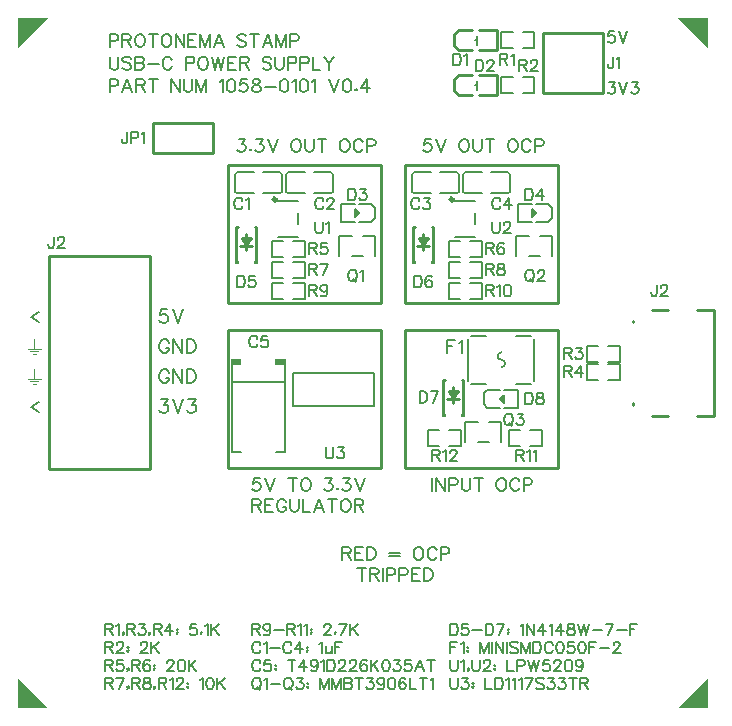
<source format=gto>
G04 Layer: TopSilkscreenLayer*
G04 Panelize: Stamp Hole, Column: 2, Row: 2, Board Size: 58.42mm x 58.42mm, Panelized Board Size: 122.84mm x 122.84mm*
G04 EasyEDA v6.5.34, 2023-08-07 12:58:06*
G04 71aba6b8c95d4410a53b73b9815fad9c,5a6b42c53f6a479593ecc07194224c93,10*
G04 Gerber Generator version 0.2*
G04 Scale: 100 percent, Rotated: No, Reflected: No *
G04 Dimensions in millimeters *
G04 leading zeros omitted , absolute positions ,4 integer and 5 decimal *
%FSLAX45Y45*%
%MOMM*%

%ADD10C,0.1524*%
%ADD11C,0.2540*%
%ADD12C,0.1500*%
%ADD13C,0.2030*%
%ADD14C,0.1520*%
%ADD15C,0.3000*%
%ADD16C,0.0179*%

%LPD*%
G36*
X135382Y3125978D02*
G01*
X135382Y3038856D01*
X82804Y3038856D01*
X82804Y3030728D01*
X196596Y3030728D01*
X196596Y3038856D01*
X144018Y3038856D01*
X144018Y3125978D01*
G37*
G36*
X102362Y3017266D02*
G01*
X102362Y3009138D01*
X177038Y3009138D01*
X177038Y3017266D01*
G37*
G36*
X120142Y2995422D02*
G01*
X120142Y2987802D01*
X159258Y2987802D01*
X159258Y2995422D01*
G37*
G36*
X135382Y2871978D02*
G01*
X135382Y2784856D01*
X82804Y2784856D01*
X82804Y2776728D01*
X196596Y2776728D01*
X196596Y2784856D01*
X144018Y2784856D01*
X144018Y2871978D01*
G37*
G36*
X102362Y2763266D02*
G01*
X102362Y2755138D01*
X177038Y2755138D01*
X177038Y2763266D01*
G37*
G36*
X120142Y2741422D02*
G01*
X120142Y2733802D01*
X159258Y2733802D01*
X159258Y2741422D01*
G37*
D10*
X4076722Y5536471D02*
G01*
X4076722Y5440967D01*
X4076722Y5536471D02*
G01*
X4117616Y5536471D01*
X4131332Y5531899D01*
X4135904Y5527327D01*
X4140222Y5518437D01*
X4140222Y5509293D01*
X4135904Y5500149D01*
X4131332Y5495577D01*
X4117616Y5491005D01*
X4076722Y5491005D01*
X4108472Y5491005D02*
G01*
X4140222Y5440967D01*
X4170448Y5518437D02*
G01*
X4179338Y5522755D01*
X4193054Y5536471D01*
X4193054Y5440967D01*
X774700Y5703315D02*
G01*
X774700Y5594350D01*
X774700Y5703315D02*
G01*
X821436Y5703315D01*
X836929Y5698236D01*
X842263Y5692902D01*
X847344Y5682487D01*
X847344Y5666994D01*
X842263Y5656579D01*
X836929Y5651500D01*
X821436Y5646165D01*
X774700Y5646165D01*
X881634Y5703315D02*
G01*
X881634Y5594350D01*
X881634Y5703315D02*
G01*
X928370Y5703315D01*
X944118Y5698236D01*
X949197Y5692902D01*
X954531Y5682487D01*
X954531Y5672073D01*
X949197Y5661660D01*
X944118Y5656579D01*
X928370Y5651500D01*
X881634Y5651500D01*
X918210Y5651500D02*
G01*
X954531Y5594350D01*
X1019810Y5703315D02*
G01*
X1009650Y5698236D01*
X999236Y5687821D01*
X993902Y5677407D01*
X988821Y5661660D01*
X988821Y5635752D01*
X993902Y5620257D01*
X999236Y5609844D01*
X1009650Y5599429D01*
X1019810Y5594350D01*
X1040637Y5594350D01*
X1051052Y5599429D01*
X1061465Y5609844D01*
X1066800Y5620257D01*
X1071879Y5635752D01*
X1071879Y5661660D01*
X1066800Y5677407D01*
X1061465Y5687821D01*
X1051052Y5698236D01*
X1040637Y5703315D01*
X1019810Y5703315D01*
X1142492Y5703315D02*
G01*
X1142492Y5594350D01*
X1106170Y5703315D02*
G01*
X1178813Y5703315D01*
X1244345Y5703315D02*
G01*
X1233931Y5698236D01*
X1223518Y5687821D01*
X1218437Y5677407D01*
X1213104Y5661660D01*
X1213104Y5635752D01*
X1218437Y5620257D01*
X1223518Y5609844D01*
X1233931Y5599429D01*
X1244345Y5594350D01*
X1265173Y5594350D01*
X1275587Y5599429D01*
X1286002Y5609844D01*
X1291081Y5620257D01*
X1296415Y5635752D01*
X1296415Y5661660D01*
X1291081Y5677407D01*
X1286002Y5687821D01*
X1275587Y5698236D01*
X1265173Y5703315D01*
X1244345Y5703315D01*
X1330705Y5703315D02*
G01*
X1330705Y5594350D01*
X1330705Y5703315D02*
G01*
X1403350Y5594350D01*
X1403350Y5703315D02*
G01*
X1403350Y5594350D01*
X1437639Y5703315D02*
G01*
X1437639Y5594350D01*
X1437639Y5703315D02*
G01*
X1505204Y5703315D01*
X1437639Y5651500D02*
G01*
X1479295Y5651500D01*
X1437639Y5594350D02*
G01*
X1505204Y5594350D01*
X1539494Y5703315D02*
G01*
X1539494Y5594350D01*
X1539494Y5703315D02*
G01*
X1581150Y5594350D01*
X1622552Y5703315D02*
G01*
X1581150Y5594350D01*
X1622552Y5703315D02*
G01*
X1622552Y5594350D01*
X1698497Y5703315D02*
G01*
X1656842Y5594350D01*
X1698497Y5703315D02*
G01*
X1739900Y5594350D01*
X1672589Y5630671D02*
G01*
X1724405Y5630671D01*
X1927097Y5687821D02*
G01*
X1916684Y5698236D01*
X1901189Y5703315D01*
X1880362Y5703315D01*
X1864613Y5698236D01*
X1854200Y5687821D01*
X1854200Y5677407D01*
X1859534Y5666994D01*
X1864613Y5661660D01*
X1875028Y5656579D01*
X1906270Y5646165D01*
X1916684Y5641086D01*
X1921763Y5635752D01*
X1927097Y5625337D01*
X1927097Y5609844D01*
X1916684Y5599429D01*
X1901189Y5594350D01*
X1880362Y5594350D01*
X1864613Y5599429D01*
X1854200Y5609844D01*
X1997709Y5703315D02*
G01*
X1997709Y5594350D01*
X1961388Y5703315D02*
G01*
X2034031Y5703315D01*
X2109977Y5703315D02*
G01*
X2068322Y5594350D01*
X2109977Y5703315D02*
G01*
X2151379Y5594350D01*
X2084070Y5630671D02*
G01*
X2135886Y5630671D01*
X2185670Y5703315D02*
G01*
X2185670Y5594350D01*
X2185670Y5703315D02*
G01*
X2227325Y5594350D01*
X2268981Y5703315D02*
G01*
X2227325Y5594350D01*
X2268981Y5703315D02*
G01*
X2268981Y5594350D01*
X2303272Y5703315D02*
G01*
X2303272Y5594350D01*
X2303272Y5703315D02*
G01*
X2350008Y5703315D01*
X2365502Y5698236D01*
X2370836Y5692902D01*
X2375915Y5682487D01*
X2375915Y5666994D01*
X2370836Y5656579D01*
X2365502Y5651500D01*
X2350008Y5646165D01*
X2303272Y5646165D01*
X774700Y5512815D02*
G01*
X774700Y5434837D01*
X779779Y5419344D01*
X790194Y5408929D01*
X805942Y5403850D01*
X816355Y5403850D01*
X831850Y5408929D01*
X842263Y5419344D01*
X847344Y5434837D01*
X847344Y5512815D01*
X954531Y5497321D02*
G01*
X944118Y5507736D01*
X928370Y5512815D01*
X907795Y5512815D01*
X892047Y5507736D01*
X881634Y5497321D01*
X881634Y5486907D01*
X886968Y5476494D01*
X892047Y5471160D01*
X902462Y5466079D01*
X933704Y5455665D01*
X944118Y5450586D01*
X949197Y5445252D01*
X954531Y5434837D01*
X954531Y5419344D01*
X944118Y5408929D01*
X928370Y5403850D01*
X907795Y5403850D01*
X892047Y5408929D01*
X881634Y5419344D01*
X988821Y5512815D02*
G01*
X988821Y5403850D01*
X988821Y5512815D02*
G01*
X1035557Y5512815D01*
X1051052Y5507736D01*
X1056386Y5502402D01*
X1061465Y5491987D01*
X1061465Y5481573D01*
X1056386Y5471160D01*
X1051052Y5466079D01*
X1035557Y5461000D01*
X988821Y5461000D02*
G01*
X1035557Y5461000D01*
X1051052Y5455665D01*
X1056386Y5450586D01*
X1061465Y5440171D01*
X1061465Y5424423D01*
X1056386Y5414010D01*
X1051052Y5408929D01*
X1035557Y5403850D01*
X988821Y5403850D01*
X1095755Y5450586D02*
G01*
X1189228Y5450586D01*
X1301495Y5486907D02*
G01*
X1296415Y5497321D01*
X1286002Y5507736D01*
X1275587Y5512815D01*
X1254760Y5512815D01*
X1244345Y5507736D01*
X1233931Y5497321D01*
X1228852Y5486907D01*
X1223518Y5471160D01*
X1223518Y5445252D01*
X1228852Y5429757D01*
X1233931Y5419344D01*
X1244345Y5408929D01*
X1254760Y5403850D01*
X1275587Y5403850D01*
X1286002Y5408929D01*
X1296415Y5419344D01*
X1301495Y5429757D01*
X1415795Y5512815D02*
G01*
X1415795Y5403850D01*
X1415795Y5512815D02*
G01*
X1462531Y5512815D01*
X1478279Y5507736D01*
X1483360Y5502402D01*
X1488439Y5491987D01*
X1488439Y5476494D01*
X1483360Y5466079D01*
X1478279Y5461000D01*
X1462531Y5455665D01*
X1415795Y5455665D01*
X1553971Y5512815D02*
G01*
X1543557Y5507736D01*
X1533144Y5497321D01*
X1528063Y5486907D01*
X1522729Y5471160D01*
X1522729Y5445252D01*
X1528063Y5429757D01*
X1533144Y5419344D01*
X1543557Y5408929D01*
X1553971Y5403850D01*
X1574800Y5403850D01*
X1585213Y5408929D01*
X1595628Y5419344D01*
X1600707Y5429757D01*
X1606042Y5445252D01*
X1606042Y5471160D01*
X1600707Y5486907D01*
X1595628Y5497321D01*
X1585213Y5507736D01*
X1574800Y5512815D01*
X1553971Y5512815D01*
X1640331Y5512815D02*
G01*
X1666239Y5403850D01*
X1692147Y5512815D02*
G01*
X1666239Y5403850D01*
X1692147Y5512815D02*
G01*
X1718310Y5403850D01*
X1744218Y5512815D02*
G01*
X1718310Y5403850D01*
X1778507Y5512815D02*
G01*
X1778507Y5403850D01*
X1778507Y5512815D02*
G01*
X1846071Y5512815D01*
X1778507Y5461000D02*
G01*
X1819910Y5461000D01*
X1778507Y5403850D02*
G01*
X1846071Y5403850D01*
X1880362Y5512815D02*
G01*
X1880362Y5403850D01*
X1880362Y5512815D02*
G01*
X1927097Y5512815D01*
X1942591Y5507736D01*
X1947925Y5502402D01*
X1953006Y5491987D01*
X1953006Y5481573D01*
X1947925Y5471160D01*
X1942591Y5466079D01*
X1927097Y5461000D01*
X1880362Y5461000D01*
X1916684Y5461000D02*
G01*
X1953006Y5403850D01*
X2139950Y5497321D02*
G01*
X2129790Y5507736D01*
X2114041Y5512815D01*
X2093213Y5512815D01*
X2077720Y5507736D01*
X2067306Y5497321D01*
X2067306Y5486907D01*
X2072640Y5476494D01*
X2077720Y5471160D01*
X2088134Y5466079D01*
X2119375Y5455665D01*
X2129790Y5450586D01*
X2134870Y5445252D01*
X2139950Y5434837D01*
X2139950Y5419344D01*
X2129790Y5408929D01*
X2114041Y5403850D01*
X2093213Y5403850D01*
X2077720Y5408929D01*
X2067306Y5419344D01*
X2174240Y5512815D02*
G01*
X2174240Y5434837D01*
X2179574Y5419344D01*
X2189988Y5408929D01*
X2205481Y5403850D01*
X2215895Y5403850D01*
X2231390Y5408929D01*
X2241804Y5419344D01*
X2247138Y5434837D01*
X2247138Y5512815D01*
X2281427Y5512815D02*
G01*
X2281427Y5403850D01*
X2281427Y5512815D02*
G01*
X2328163Y5512815D01*
X2343658Y5507736D01*
X2348991Y5502402D01*
X2354072Y5491987D01*
X2354072Y5476494D01*
X2348991Y5466079D01*
X2343658Y5461000D01*
X2328163Y5455665D01*
X2281427Y5455665D01*
X2388361Y5512815D02*
G01*
X2388361Y5403850D01*
X2388361Y5512815D02*
G01*
X2435097Y5512815D01*
X2450845Y5507736D01*
X2455925Y5502402D01*
X2461259Y5491987D01*
X2461259Y5476494D01*
X2455925Y5466079D01*
X2450845Y5461000D01*
X2435097Y5455665D01*
X2388361Y5455665D01*
X2495550Y5512815D02*
G01*
X2495550Y5403850D01*
X2495550Y5403850D02*
G01*
X2557779Y5403850D01*
X2592070Y5512815D02*
G01*
X2633725Y5461000D01*
X2633725Y5403850D01*
X2675127Y5512815D02*
G01*
X2633725Y5461000D01*
X774700Y5322315D02*
G01*
X774700Y5213350D01*
X774700Y5322315D02*
G01*
X821436Y5322315D01*
X836929Y5317236D01*
X842263Y5311902D01*
X847344Y5301487D01*
X847344Y5285994D01*
X842263Y5275579D01*
X836929Y5270500D01*
X821436Y5265165D01*
X774700Y5265165D01*
X923289Y5322315D02*
G01*
X881634Y5213350D01*
X923289Y5322315D02*
G01*
X964945Y5213350D01*
X897381Y5249671D02*
G01*
X949197Y5249671D01*
X999236Y5322315D02*
G01*
X999236Y5213350D01*
X999236Y5322315D02*
G01*
X1045971Y5322315D01*
X1061465Y5317236D01*
X1066800Y5311902D01*
X1071879Y5301487D01*
X1071879Y5291073D01*
X1066800Y5280660D01*
X1061465Y5275579D01*
X1045971Y5270500D01*
X999236Y5270500D01*
X1035557Y5270500D02*
G01*
X1071879Y5213350D01*
X1142492Y5322315D02*
G01*
X1142492Y5213350D01*
X1106170Y5322315D02*
G01*
X1178813Y5322315D01*
X1293113Y5322315D02*
G01*
X1293113Y5213350D01*
X1293113Y5322315D02*
G01*
X1366012Y5213350D01*
X1366012Y5322315D02*
G01*
X1366012Y5213350D01*
X1400302Y5322315D02*
G01*
X1400302Y5244337D01*
X1405381Y5228844D01*
X1415795Y5218429D01*
X1431289Y5213350D01*
X1441704Y5213350D01*
X1457452Y5218429D01*
X1467865Y5228844D01*
X1472945Y5244337D01*
X1472945Y5322315D01*
X1507236Y5322315D02*
G01*
X1507236Y5213350D01*
X1507236Y5322315D02*
G01*
X1548892Y5213350D01*
X1590294Y5322315D02*
G01*
X1548892Y5213350D01*
X1590294Y5322315D02*
G01*
X1590294Y5213350D01*
X1704594Y5301487D02*
G01*
X1715007Y5306821D01*
X1730755Y5322315D01*
X1730755Y5213350D01*
X1796034Y5322315D02*
G01*
X1780539Y5317236D01*
X1770126Y5301487D01*
X1765045Y5275579D01*
X1765045Y5260086D01*
X1770126Y5233923D01*
X1780539Y5218429D01*
X1796034Y5213350D01*
X1806447Y5213350D01*
X1822195Y5218429D01*
X1832610Y5233923D01*
X1837689Y5260086D01*
X1837689Y5275579D01*
X1832610Y5301487D01*
X1822195Y5317236D01*
X1806447Y5322315D01*
X1796034Y5322315D01*
X1934209Y5322315D02*
G01*
X1882394Y5322315D01*
X1877060Y5275579D01*
X1882394Y5280660D01*
X1897887Y5285994D01*
X1913636Y5285994D01*
X1929129Y5280660D01*
X1939543Y5270500D01*
X1944624Y5254752D01*
X1944624Y5244337D01*
X1939543Y5228844D01*
X1929129Y5218429D01*
X1913636Y5213350D01*
X1897887Y5213350D01*
X1882394Y5218429D01*
X1877060Y5223510D01*
X1871979Y5233923D01*
X2005075Y5322315D02*
G01*
X1989327Y5317236D01*
X1984247Y5306821D01*
X1984247Y5296407D01*
X1989327Y5285994D01*
X1999741Y5280660D01*
X2020570Y5275579D01*
X2036063Y5270500D01*
X2046477Y5260086D01*
X2051811Y5249671D01*
X2051811Y5233923D01*
X2046477Y5223510D01*
X2041397Y5218429D01*
X2025650Y5213350D01*
X2005075Y5213350D01*
X1989327Y5218429D01*
X1984247Y5223510D01*
X1978913Y5233923D01*
X1978913Y5249671D01*
X1984247Y5260086D01*
X1994661Y5270500D01*
X2010156Y5275579D01*
X2030984Y5280660D01*
X2041397Y5285994D01*
X2046477Y5296407D01*
X2046477Y5306821D01*
X2041397Y5317236D01*
X2025650Y5322315D01*
X2005075Y5322315D01*
X2086102Y5260086D02*
G01*
X2179574Y5260086D01*
X2245106Y5322315D02*
G01*
X2229358Y5317236D01*
X2218943Y5301487D01*
X2213863Y5275579D01*
X2213863Y5260086D01*
X2218943Y5233923D01*
X2229358Y5218429D01*
X2245106Y5213350D01*
X2255520Y5213350D01*
X2271013Y5218429D01*
X2281427Y5233923D01*
X2286508Y5260086D01*
X2286508Y5275579D01*
X2281427Y5301487D01*
X2271013Y5317236D01*
X2255520Y5322315D01*
X2245106Y5322315D01*
X2320797Y5301487D02*
G01*
X2331211Y5306821D01*
X2346959Y5322315D01*
X2346959Y5213350D01*
X2412238Y5322315D02*
G01*
X2396743Y5317236D01*
X2386329Y5301487D01*
X2381250Y5275579D01*
X2381250Y5260086D01*
X2386329Y5233923D01*
X2396743Y5218429D01*
X2412238Y5213350D01*
X2422652Y5213350D01*
X2438400Y5218429D01*
X2448559Y5233923D01*
X2453893Y5260086D01*
X2453893Y5275579D01*
X2448559Y5301487D01*
X2438400Y5317236D01*
X2422652Y5322315D01*
X2412238Y5322315D01*
X2488184Y5301487D02*
G01*
X2498597Y5306821D01*
X2514091Y5322315D01*
X2514091Y5213350D01*
X2628391Y5322315D02*
G01*
X2670047Y5213350D01*
X2711450Y5322315D02*
G01*
X2670047Y5213350D01*
X2776981Y5322315D02*
G01*
X2761488Y5317236D01*
X2751074Y5301487D01*
X2745740Y5275579D01*
X2745740Y5260086D01*
X2751074Y5233923D01*
X2761488Y5218429D01*
X2776981Y5213350D01*
X2787395Y5213350D01*
X2802890Y5218429D01*
X2813304Y5233923D01*
X2818638Y5260086D01*
X2818638Y5275579D01*
X2813304Y5301487D01*
X2802890Y5317236D01*
X2787395Y5322315D01*
X2776981Y5322315D01*
X2858008Y5239257D02*
G01*
X2852927Y5233923D01*
X2858008Y5228844D01*
X2863341Y5233923D01*
X2858008Y5239257D01*
X2949447Y5322315D02*
G01*
X2897631Y5249671D01*
X2975609Y5249671D01*
X2949447Y5322315D02*
G01*
X2949447Y5213350D01*
X3505200Y1944115D02*
G01*
X3505200Y1835150D01*
X3539490Y1944115D02*
G01*
X3539490Y1835150D01*
X3539490Y1944115D02*
G01*
X3612134Y1835150D01*
X3612134Y1944115D02*
G01*
X3612134Y1835150D01*
X3646424Y1944115D02*
G01*
X3646424Y1835150D01*
X3646424Y1944115D02*
G01*
X3693159Y1944115D01*
X3708908Y1939036D01*
X3713988Y1933702D01*
X3719322Y1923287D01*
X3719322Y1907794D01*
X3713988Y1897379D01*
X3708908Y1892300D01*
X3693159Y1886965D01*
X3646424Y1886965D01*
X3753611Y1944115D02*
G01*
X3753611Y1866137D01*
X3758691Y1850644D01*
X3769106Y1840229D01*
X3784600Y1835150D01*
X3795013Y1835150D01*
X3810761Y1840229D01*
X3821175Y1850644D01*
X3826256Y1866137D01*
X3826256Y1944115D01*
X3896868Y1944115D02*
G01*
X3896868Y1835150D01*
X3860545Y1944115D02*
G01*
X3933190Y1944115D01*
X4078731Y1944115D02*
G01*
X4068318Y1939036D01*
X4057904Y1928621D01*
X4052824Y1918207D01*
X4047490Y1902460D01*
X4047490Y1876552D01*
X4052824Y1861057D01*
X4057904Y1850644D01*
X4068318Y1840229D01*
X4078731Y1835150D01*
X4099559Y1835150D01*
X4109974Y1840229D01*
X4120388Y1850644D01*
X4125468Y1861057D01*
X4130802Y1876552D01*
X4130802Y1902460D01*
X4125468Y1918207D01*
X4120388Y1928621D01*
X4109974Y1939036D01*
X4099559Y1944115D01*
X4078731Y1944115D01*
X4243070Y1918207D02*
G01*
X4237736Y1928621D01*
X4227322Y1939036D01*
X4216908Y1944115D01*
X4196079Y1944115D01*
X4185920Y1939036D01*
X4175506Y1928621D01*
X4170172Y1918207D01*
X4165091Y1902460D01*
X4165091Y1876552D01*
X4170172Y1861057D01*
X4175506Y1850644D01*
X4185920Y1840229D01*
X4196079Y1835150D01*
X4216908Y1835150D01*
X4227322Y1840229D01*
X4237736Y1850644D01*
X4243070Y1861057D01*
X4277359Y1944115D02*
G01*
X4277359Y1835150D01*
X4277359Y1944115D02*
G01*
X4324095Y1944115D01*
X4339590Y1939036D01*
X4344670Y1933702D01*
X4350004Y1923287D01*
X4350004Y1907794D01*
X4344670Y1897379D01*
X4339590Y1892300D01*
X4324095Y1886965D01*
X4277359Y1886965D01*
X2043422Y1944113D02*
G01*
X1991606Y1944113D01*
X1986272Y1897377D01*
X1991606Y1902457D01*
X2007100Y1907791D01*
X2022848Y1907791D01*
X2038342Y1902457D01*
X2048756Y1892297D01*
X2053836Y1876549D01*
X2053836Y1866135D01*
X2048756Y1850641D01*
X2038342Y1840227D01*
X2022848Y1835147D01*
X2007100Y1835147D01*
X1991606Y1840227D01*
X1986272Y1845307D01*
X1981192Y1855721D01*
X2088126Y1944113D02*
G01*
X2129782Y1835147D01*
X2171438Y1944113D02*
G01*
X2129782Y1835147D01*
X2322060Y1944113D02*
G01*
X2322060Y1835147D01*
X2285738Y1944113D02*
G01*
X2358382Y1944113D01*
X2423914Y1944113D02*
G01*
X2413500Y1939033D01*
X2403086Y1928619D01*
X2397752Y1918205D01*
X2392672Y1902457D01*
X2392672Y1876549D01*
X2397752Y1861055D01*
X2403086Y1850641D01*
X2413500Y1840227D01*
X2423914Y1835147D01*
X2444742Y1835147D01*
X2454902Y1840227D01*
X2465316Y1850641D01*
X2470650Y1861055D01*
X2475730Y1876549D01*
X2475730Y1902457D01*
X2470650Y1918205D01*
X2465316Y1928619D01*
X2454902Y1939033D01*
X2444742Y1944113D01*
X2423914Y1944113D01*
X2600444Y1944113D02*
G01*
X2657594Y1944113D01*
X2626352Y1902457D01*
X2642100Y1902457D01*
X2652514Y1897377D01*
X2657594Y1892297D01*
X2662928Y1876549D01*
X2662928Y1866135D01*
X2657594Y1850641D01*
X2647180Y1840227D01*
X2631686Y1835147D01*
X2616192Y1835147D01*
X2600444Y1840227D01*
X2595364Y1845307D01*
X2590030Y1855721D01*
X2702298Y1861055D02*
G01*
X2697218Y1855721D01*
X2702298Y1850641D01*
X2707632Y1855721D01*
X2702298Y1861055D01*
X2752082Y1944113D02*
G01*
X2809232Y1944113D01*
X2778244Y1902457D01*
X2793738Y1902457D01*
X2804152Y1897377D01*
X2809232Y1892297D01*
X2814566Y1876549D01*
X2814566Y1866135D01*
X2809232Y1850641D01*
X2799072Y1840227D01*
X2783324Y1835147D01*
X2767830Y1835147D01*
X2752082Y1840227D01*
X2747002Y1845307D01*
X2741922Y1855721D01*
X2848856Y1944113D02*
G01*
X2890512Y1835147D01*
X2931914Y1944113D02*
G01*
X2890512Y1835147D01*
X1981189Y1766313D02*
G01*
X1981189Y1657347D01*
X1981189Y1766313D02*
G01*
X2027925Y1766313D01*
X2043419Y1761233D01*
X2048753Y1755899D01*
X2053833Y1745485D01*
X2053833Y1735071D01*
X2048753Y1724657D01*
X2043419Y1719577D01*
X2027925Y1714497D01*
X1981189Y1714497D01*
X2017511Y1714497D02*
G01*
X2053833Y1657347D01*
X2088123Y1766313D02*
G01*
X2088123Y1657347D01*
X2088123Y1766313D02*
G01*
X2155687Y1766313D01*
X2088123Y1714497D02*
G01*
X2129779Y1714497D01*
X2088123Y1657347D02*
G01*
X2155687Y1657347D01*
X2267955Y1740405D02*
G01*
X2262875Y1750819D01*
X2252461Y1761233D01*
X2242047Y1766313D01*
X2221219Y1766313D01*
X2210805Y1761233D01*
X2200391Y1750819D01*
X2195311Y1740405D01*
X2189977Y1724657D01*
X2189977Y1698749D01*
X2195311Y1683255D01*
X2200391Y1672841D01*
X2210805Y1662427D01*
X2221219Y1657347D01*
X2242047Y1657347D01*
X2252461Y1662427D01*
X2262875Y1672841D01*
X2267955Y1683255D01*
X2267955Y1698749D01*
X2242047Y1698749D02*
G01*
X2267955Y1698749D01*
X2302245Y1766313D02*
G01*
X2302245Y1688335D01*
X2307579Y1672841D01*
X2317739Y1662427D01*
X2333487Y1657347D01*
X2343901Y1657347D01*
X2359395Y1662427D01*
X2369809Y1672841D01*
X2374889Y1688335D01*
X2374889Y1766313D01*
X2409179Y1766313D02*
G01*
X2409179Y1657347D01*
X2409179Y1657347D02*
G01*
X2471663Y1657347D01*
X2547609Y1766313D02*
G01*
X2505953Y1657347D01*
X2547609Y1766313D02*
G01*
X2589011Y1657347D01*
X2521447Y1693669D02*
G01*
X2573517Y1693669D01*
X2659623Y1766313D02*
G01*
X2659623Y1657347D01*
X2623301Y1766313D02*
G01*
X2696199Y1766313D01*
X2761477Y1766313D02*
G01*
X2751063Y1761233D01*
X2740649Y1750819D01*
X2735569Y1740405D01*
X2730489Y1724657D01*
X2730489Y1698749D01*
X2735569Y1683255D01*
X2740649Y1672841D01*
X2751063Y1662427D01*
X2761477Y1657347D01*
X2782305Y1657347D01*
X2792719Y1662427D01*
X2803133Y1672841D01*
X2808213Y1683255D01*
X2813547Y1698749D01*
X2813547Y1724657D01*
X2808213Y1740405D01*
X2803133Y1750819D01*
X2792719Y1761233D01*
X2782305Y1766313D01*
X2761477Y1766313D01*
X2847837Y1766313D02*
G01*
X2847837Y1657347D01*
X2847837Y1766313D02*
G01*
X2894573Y1766313D01*
X2910067Y1761233D01*
X2915401Y1755899D01*
X2920481Y1745485D01*
X2920481Y1735071D01*
X2915401Y1724657D01*
X2910067Y1719577D01*
X2894573Y1714497D01*
X2847837Y1714497D01*
X2884159Y1714497D02*
G01*
X2920481Y1657347D01*
X2743200Y1359915D02*
G01*
X2743200Y1250950D01*
X2743200Y1359915D02*
G01*
X2789936Y1359915D01*
X2805429Y1354836D01*
X2810763Y1349502D01*
X2815843Y1339087D01*
X2815843Y1328673D01*
X2810763Y1318260D01*
X2805429Y1313179D01*
X2789936Y1308100D01*
X2743200Y1308100D01*
X2779522Y1308100D02*
G01*
X2815843Y1250950D01*
X2850134Y1359915D02*
G01*
X2850134Y1250950D01*
X2850134Y1359915D02*
G01*
X2917697Y1359915D01*
X2850134Y1308100D02*
G01*
X2891790Y1308100D01*
X2850134Y1250950D02*
G01*
X2917697Y1250950D01*
X2951988Y1359915D02*
G01*
X2951988Y1250950D01*
X2951988Y1359915D02*
G01*
X2988309Y1359915D01*
X3004058Y1354836D01*
X3014472Y1344421D01*
X3019552Y1334007D01*
X3024886Y1318260D01*
X3024886Y1292352D01*
X3019552Y1276857D01*
X3014472Y1266444D01*
X3004058Y1256029D01*
X2988309Y1250950D01*
X2951988Y1250950D01*
X3139186Y1313179D02*
G01*
X3232658Y1313179D01*
X3139186Y1281937D02*
G01*
X3232658Y1281937D01*
X3378200Y1359915D02*
G01*
X3367786Y1354836D01*
X3357372Y1344421D01*
X3352038Y1334007D01*
X3346958Y1318260D01*
X3346958Y1292352D01*
X3352038Y1276857D01*
X3357372Y1266444D01*
X3367786Y1256029D01*
X3378200Y1250950D01*
X3398774Y1250950D01*
X3409188Y1256029D01*
X3419602Y1266444D01*
X3424936Y1276857D01*
X3430015Y1292352D01*
X3430015Y1318260D01*
X3424936Y1334007D01*
X3419602Y1344421D01*
X3409188Y1354836D01*
X3398774Y1359915D01*
X3378200Y1359915D01*
X3542284Y1334007D02*
G01*
X3536950Y1344421D01*
X3526790Y1354836D01*
X3516375Y1359915D01*
X3495547Y1359915D01*
X3485134Y1354836D01*
X3474720Y1344421D01*
X3469640Y1334007D01*
X3464306Y1318260D01*
X3464306Y1292352D01*
X3469640Y1276857D01*
X3474720Y1266444D01*
X3485134Y1256029D01*
X3495547Y1250950D01*
X3516375Y1250950D01*
X3526790Y1256029D01*
X3536950Y1266444D01*
X3542284Y1276857D01*
X3576574Y1359915D02*
G01*
X3576574Y1250950D01*
X3576574Y1359915D02*
G01*
X3623309Y1359915D01*
X3638804Y1354836D01*
X3644138Y1349502D01*
X3649218Y1339087D01*
X3649218Y1323594D01*
X3644138Y1313179D01*
X3638804Y1308100D01*
X3623309Y1302765D01*
X3576574Y1302765D01*
X2906504Y1182105D02*
G01*
X2906504Y1073139D01*
X2870182Y1182105D02*
G01*
X2942826Y1182105D01*
X2977116Y1182105D02*
G01*
X2977116Y1073139D01*
X2977116Y1182105D02*
G01*
X3023852Y1182105D01*
X3039600Y1177025D01*
X3044680Y1171691D01*
X3050014Y1161277D01*
X3050014Y1150863D01*
X3044680Y1140449D01*
X3039600Y1135369D01*
X3023852Y1130289D01*
X2977116Y1130289D01*
X3013692Y1130289D02*
G01*
X3050014Y1073139D01*
X3084304Y1182105D02*
G01*
X3084304Y1073139D01*
X3118594Y1182105D02*
G01*
X3118594Y1073139D01*
X3118594Y1182105D02*
G01*
X3165330Y1182105D01*
X3180824Y1177025D01*
X3186158Y1171691D01*
X3191238Y1161277D01*
X3191238Y1145783D01*
X3186158Y1135369D01*
X3180824Y1130289D01*
X3165330Y1124955D01*
X3118594Y1124955D01*
X3225528Y1182105D02*
G01*
X3225528Y1073139D01*
X3225528Y1182105D02*
G01*
X3272264Y1182105D01*
X3288012Y1177025D01*
X3293092Y1171691D01*
X3298172Y1161277D01*
X3298172Y1145783D01*
X3293092Y1135369D01*
X3288012Y1130289D01*
X3272264Y1124955D01*
X3225528Y1124955D01*
X3332462Y1182105D02*
G01*
X3332462Y1073139D01*
X3332462Y1182105D02*
G01*
X3400026Y1182105D01*
X3332462Y1130289D02*
G01*
X3374118Y1130289D01*
X3332462Y1073139D02*
G01*
X3400026Y1073139D01*
X3434316Y1182105D02*
G01*
X3434316Y1073139D01*
X3434316Y1182105D02*
G01*
X3470892Y1182105D01*
X3486386Y1177025D01*
X3496800Y1166611D01*
X3501880Y1156197D01*
X3507214Y1140449D01*
X3507214Y1114541D01*
X3501880Y1099047D01*
X3496800Y1088633D01*
X3486386Y1078219D01*
X3470892Y1073139D01*
X3434316Y1073139D01*
X1981197Y710437D02*
G01*
X1981197Y614934D01*
X1981197Y710437D02*
G01*
X2022091Y710437D01*
X2035807Y705865D01*
X2040379Y701294D01*
X2044951Y692404D01*
X2044951Y683260D01*
X2040379Y674115D01*
X2035807Y669544D01*
X2022091Y664971D01*
X1981197Y664971D01*
X2012947Y664971D02*
G01*
X2044951Y614934D01*
X2133851Y678687D02*
G01*
X2129279Y664971D01*
X2120389Y656081D01*
X2106673Y651510D01*
X2102101Y651510D01*
X2088385Y656081D01*
X2079495Y664971D01*
X2074923Y678687D01*
X2074923Y683260D01*
X2079495Y696976D01*
X2088385Y705865D01*
X2102101Y710437D01*
X2106673Y710437D01*
X2120389Y705865D01*
X2129279Y696976D01*
X2133851Y678687D01*
X2133851Y656081D01*
X2129279Y633221D01*
X2120389Y619505D01*
X2106673Y614934D01*
X2097529Y614934D01*
X2083813Y619505D01*
X2079495Y628650D01*
X2163823Y656081D02*
G01*
X2245865Y656081D01*
X2275837Y710437D02*
G01*
X2275837Y614934D01*
X2275837Y710437D02*
G01*
X2316731Y710437D01*
X2330193Y705865D01*
X2334765Y701294D01*
X2339337Y692404D01*
X2339337Y683260D01*
X2334765Y674115D01*
X2330193Y669544D01*
X2316731Y664971D01*
X2275837Y664971D01*
X2307587Y664971D02*
G01*
X2339337Y614934D01*
X2369309Y692404D02*
G01*
X2378453Y696976D01*
X2392169Y710437D01*
X2392169Y614934D01*
X2422141Y692404D02*
G01*
X2431285Y696976D01*
X2444747Y710437D01*
X2444747Y614934D01*
X2479291Y669544D02*
G01*
X2474719Y664971D01*
X2479291Y660400D01*
X2483863Y664971D01*
X2479291Y669544D01*
X2479291Y637794D02*
G01*
X2474719Y633221D01*
X2479291Y628650D01*
X2483863Y633221D01*
X2479291Y637794D01*
X2588511Y687831D02*
G01*
X2588511Y692404D01*
X2593083Y701294D01*
X2597655Y705865D01*
X2606545Y710437D01*
X2624833Y710437D01*
X2633977Y705865D01*
X2638549Y701294D01*
X2643121Y692404D01*
X2643121Y683260D01*
X2638549Y674115D01*
X2629405Y660400D01*
X2583939Y614934D01*
X2647439Y614934D01*
X2681983Y637794D02*
G01*
X2677665Y633221D01*
X2681983Y628650D01*
X2686555Y633221D01*
X2681983Y637794D01*
X2780281Y710437D02*
G01*
X2734815Y614934D01*
X2716527Y710437D02*
G01*
X2780281Y710437D01*
X2810253Y710437D02*
G01*
X2810253Y614934D01*
X2874007Y710437D02*
G01*
X2810253Y646937D01*
X2833113Y669544D02*
G01*
X2874007Y614934D01*
X736594Y558037D02*
G01*
X736594Y462534D01*
X736594Y558037D02*
G01*
X777488Y558037D01*
X791204Y553465D01*
X795776Y548894D01*
X800348Y540004D01*
X800348Y530860D01*
X795776Y521715D01*
X791204Y517144D01*
X777488Y512571D01*
X736594Y512571D01*
X768344Y512571D02*
G01*
X800348Y462534D01*
X834892Y535431D02*
G01*
X834892Y540004D01*
X839210Y548894D01*
X843782Y553465D01*
X852926Y558037D01*
X871214Y558037D01*
X880104Y553465D01*
X884676Y548894D01*
X889248Y540004D01*
X889248Y530860D01*
X884676Y521715D01*
X875786Y508000D01*
X830320Y462534D01*
X893820Y462534D01*
X928364Y517144D02*
G01*
X923792Y512571D01*
X928364Y508000D01*
X932936Y512571D01*
X928364Y517144D01*
X928364Y485394D02*
G01*
X923792Y480821D01*
X928364Y476250D01*
X932936Y480821D01*
X928364Y485394D01*
X1037584Y535431D02*
G01*
X1037584Y540004D01*
X1042156Y548894D01*
X1046474Y553465D01*
X1055618Y558037D01*
X1073906Y558037D01*
X1083050Y553465D01*
X1087622Y548894D01*
X1091940Y540004D01*
X1091940Y530860D01*
X1087622Y521715D01*
X1078478Y508000D01*
X1033012Y462534D01*
X1096512Y462534D01*
X1126484Y558037D02*
G01*
X1126484Y462534D01*
X1190238Y558037D02*
G01*
X1126484Y494537D01*
X1149344Y517144D02*
G01*
X1190238Y462534D01*
X736597Y710437D02*
G01*
X736597Y614934D01*
X736597Y710437D02*
G01*
X777491Y710437D01*
X791207Y705865D01*
X795779Y701294D01*
X800351Y692404D01*
X800351Y683260D01*
X795779Y674115D01*
X791207Y669544D01*
X777491Y664971D01*
X736597Y664971D01*
X768347Y664971D02*
G01*
X800351Y614934D01*
X830323Y692404D02*
G01*
X839213Y696976D01*
X852929Y710437D01*
X852929Y614934D01*
X892045Y633221D02*
G01*
X887473Y628650D01*
X882901Y633221D01*
X887473Y637794D01*
X892045Y633221D01*
X892045Y624078D01*
X882901Y614934D01*
X922017Y710437D02*
G01*
X922017Y614934D01*
X922017Y710437D02*
G01*
X962911Y710437D01*
X976627Y705865D01*
X981199Y701294D01*
X985771Y692404D01*
X985771Y683260D01*
X981199Y674115D01*
X976627Y669544D01*
X962911Y664971D01*
X922017Y664971D01*
X953767Y664971D02*
G01*
X985771Y614934D01*
X1024887Y710437D02*
G01*
X1074671Y710437D01*
X1047493Y674115D01*
X1061209Y674115D01*
X1070353Y669544D01*
X1074671Y664971D01*
X1079243Y651510D01*
X1079243Y642365D01*
X1074671Y628650D01*
X1065781Y619505D01*
X1052065Y614934D01*
X1038349Y614934D01*
X1024887Y619505D01*
X1020315Y624078D01*
X1015743Y633221D01*
X1118359Y633221D02*
G01*
X1113787Y628650D01*
X1109215Y633221D01*
X1113787Y637794D01*
X1118359Y633221D01*
X1118359Y624078D01*
X1109215Y614934D01*
X1148331Y710437D02*
G01*
X1148331Y614934D01*
X1148331Y710437D02*
G01*
X1189225Y710437D01*
X1202941Y705865D01*
X1207513Y701294D01*
X1212085Y692404D01*
X1212085Y683260D01*
X1207513Y674115D01*
X1202941Y669544D01*
X1189225Y664971D01*
X1148331Y664971D01*
X1180335Y664971D02*
G01*
X1212085Y614934D01*
X1287523Y710437D02*
G01*
X1242057Y646937D01*
X1310129Y646937D01*
X1287523Y710437D02*
G01*
X1287523Y614934D01*
X1344673Y669544D02*
G01*
X1340355Y664971D01*
X1344673Y660400D01*
X1349245Y664971D01*
X1344673Y669544D01*
X1344673Y637794D02*
G01*
X1340355Y633221D01*
X1344673Y628650D01*
X1349245Y633221D01*
X1344673Y637794D01*
X1503931Y710437D02*
G01*
X1458465Y710437D01*
X1453893Y669544D01*
X1458465Y674115D01*
X1471927Y678687D01*
X1485643Y678687D01*
X1499359Y674115D01*
X1508503Y664971D01*
X1513075Y651510D01*
X1513075Y642365D01*
X1508503Y628650D01*
X1499359Y619505D01*
X1485643Y614934D01*
X1471927Y614934D01*
X1458465Y619505D01*
X1453893Y624078D01*
X1449321Y633221D01*
X1547619Y637794D02*
G01*
X1543047Y633221D01*
X1547619Y628650D01*
X1551937Y633221D01*
X1547619Y637794D01*
X1582163Y692404D02*
G01*
X1591053Y696976D01*
X1604769Y710437D01*
X1604769Y614934D01*
X1634741Y710437D02*
G01*
X1634741Y614934D01*
X1698495Y710437D02*
G01*
X1634741Y646937D01*
X1657601Y669544D02*
G01*
X1698495Y614934D01*
X736597Y253237D02*
G01*
X736597Y157734D01*
X736597Y253237D02*
G01*
X777491Y253237D01*
X791207Y248665D01*
X795779Y244094D01*
X800351Y235204D01*
X800351Y226060D01*
X795779Y216915D01*
X791207Y212344D01*
X777491Y207771D01*
X736597Y207771D01*
X768347Y207771D02*
G01*
X800351Y157734D01*
X893823Y253237D02*
G01*
X848357Y157734D01*
X830323Y253237D02*
G01*
X893823Y253237D01*
X932939Y176021D02*
G01*
X928367Y171450D01*
X923795Y176021D01*
X928367Y180594D01*
X932939Y176021D01*
X932939Y166878D01*
X923795Y157734D01*
X962911Y253237D02*
G01*
X962911Y157734D01*
X962911Y253237D02*
G01*
X1003805Y253237D01*
X1017521Y248665D01*
X1022093Y244094D01*
X1026665Y235204D01*
X1026665Y226060D01*
X1022093Y216915D01*
X1017521Y212344D01*
X1003805Y207771D01*
X962911Y207771D01*
X994661Y207771D02*
G01*
X1026665Y157734D01*
X1079243Y253237D02*
G01*
X1065781Y248665D01*
X1061209Y239776D01*
X1061209Y230631D01*
X1065781Y221487D01*
X1074671Y216915D01*
X1092959Y212344D01*
X1106675Y207771D01*
X1115565Y198881D01*
X1120137Y189737D01*
X1120137Y176021D01*
X1115565Y166878D01*
X1111247Y162305D01*
X1097531Y157734D01*
X1079243Y157734D01*
X1065781Y162305D01*
X1061209Y166878D01*
X1056637Y176021D01*
X1056637Y189737D01*
X1061209Y198881D01*
X1070353Y207771D01*
X1083815Y212344D01*
X1102103Y216915D01*
X1111247Y221487D01*
X1115565Y230631D01*
X1115565Y239776D01*
X1111247Y248665D01*
X1097531Y253237D01*
X1079243Y253237D01*
X1159253Y176021D02*
G01*
X1154681Y171450D01*
X1150109Y176021D01*
X1154681Y180594D01*
X1159253Y176021D01*
X1159253Y166878D01*
X1150109Y157734D01*
X1189225Y253237D02*
G01*
X1189225Y157734D01*
X1189225Y253237D02*
G01*
X1230119Y253237D01*
X1243835Y248665D01*
X1248407Y244094D01*
X1252979Y235204D01*
X1252979Y226060D01*
X1248407Y216915D01*
X1243835Y212344D01*
X1230119Y207771D01*
X1189225Y207771D01*
X1221229Y207771D02*
G01*
X1252979Y157734D01*
X1282951Y235204D02*
G01*
X1292095Y239776D01*
X1305811Y253237D01*
X1305811Y157734D01*
X1340355Y230631D02*
G01*
X1340355Y235204D01*
X1344673Y244094D01*
X1349245Y248665D01*
X1358389Y253237D01*
X1376677Y253237D01*
X1385567Y248665D01*
X1390139Y244094D01*
X1394711Y235204D01*
X1394711Y226060D01*
X1390139Y216915D01*
X1381249Y203200D01*
X1335783Y157734D01*
X1399283Y157734D01*
X1433827Y212344D02*
G01*
X1429255Y207771D01*
X1433827Y203200D01*
X1438399Y207771D01*
X1433827Y212344D01*
X1433827Y180594D02*
G01*
X1429255Y176021D01*
X1433827Y171450D01*
X1438399Y176021D01*
X1433827Y180594D01*
X1538475Y235204D02*
G01*
X1547619Y239776D01*
X1561081Y253237D01*
X1561081Y157734D01*
X1618485Y253237D02*
G01*
X1604769Y248665D01*
X1595625Y235204D01*
X1591053Y212344D01*
X1591053Y198881D01*
X1595625Y176021D01*
X1604769Y162305D01*
X1618485Y157734D01*
X1627629Y157734D01*
X1641091Y162305D01*
X1650235Y176021D01*
X1654807Y198881D01*
X1654807Y212344D01*
X1650235Y235204D01*
X1641091Y248665D01*
X1627629Y253237D01*
X1618485Y253237D01*
X1684779Y253237D02*
G01*
X1684779Y157734D01*
X1748533Y253237D02*
G01*
X1684779Y189737D01*
X1707385Y212344D02*
G01*
X1748533Y157734D01*
X2049272Y383031D02*
G01*
X2044954Y392176D01*
X2035809Y401065D01*
X2026665Y405637D01*
X2008377Y405637D01*
X1999488Y401065D01*
X1990343Y392176D01*
X1985772Y383031D01*
X1981200Y369315D01*
X1981200Y346710D01*
X1985772Y332994D01*
X1990343Y323850D01*
X1999488Y314705D01*
X2008377Y310134D01*
X2026665Y310134D01*
X2035809Y314705D01*
X2044954Y323850D01*
X2049272Y332994D01*
X2133854Y405637D02*
G01*
X2088388Y405637D01*
X2083815Y364744D01*
X2088388Y369315D01*
X2102104Y373887D01*
X2115820Y373887D01*
X2129281Y369315D01*
X2138425Y360171D01*
X2142997Y346710D01*
X2142997Y337565D01*
X2138425Y323850D01*
X2129281Y314705D01*
X2115820Y310134D01*
X2102104Y310134D01*
X2088388Y314705D01*
X2083815Y319278D01*
X2079497Y328421D01*
X2177541Y364744D02*
G01*
X2172970Y360171D01*
X2177541Y355600D01*
X2182113Y360171D01*
X2177541Y364744D01*
X2177541Y332994D02*
G01*
X2172970Y328421D01*
X2177541Y323850D01*
X2182113Y328421D01*
X2177541Y332994D01*
X2313940Y405637D02*
G01*
X2313940Y310134D01*
X2282190Y405637D02*
G01*
X2345690Y405637D01*
X2421127Y405637D02*
G01*
X2375661Y342137D01*
X2443988Y342137D01*
X2421127Y405637D02*
G01*
X2421127Y310134D01*
X2532888Y373887D02*
G01*
X2528570Y360171D01*
X2519425Y351281D01*
X2505709Y346710D01*
X2501138Y346710D01*
X2487675Y351281D01*
X2478531Y360171D01*
X2473959Y373887D01*
X2473959Y378460D01*
X2478531Y392176D01*
X2487675Y401065D01*
X2501138Y405637D01*
X2505709Y405637D01*
X2519425Y401065D01*
X2528570Y392176D01*
X2532888Y373887D01*
X2532888Y351281D01*
X2528570Y328421D01*
X2519425Y314705D01*
X2505709Y310134D01*
X2496565Y310134D01*
X2483104Y314705D01*
X2478531Y323850D01*
X2563113Y387604D02*
G01*
X2572004Y392176D01*
X2585720Y405637D01*
X2585720Y310134D01*
X2615691Y405637D02*
G01*
X2615691Y310134D01*
X2615691Y405637D02*
G01*
X2647441Y405637D01*
X2661158Y401065D01*
X2670302Y392176D01*
X2674874Y383031D01*
X2679445Y369315D01*
X2679445Y346710D01*
X2674874Y332994D01*
X2670302Y323850D01*
X2661158Y314705D01*
X2647441Y310134D01*
X2615691Y310134D01*
X2713990Y383031D02*
G01*
X2713990Y387604D01*
X2718561Y396494D01*
X2723134Y401065D01*
X2732024Y405637D01*
X2750311Y405637D01*
X2759456Y401065D01*
X2764027Y396494D01*
X2768345Y387604D01*
X2768345Y378460D01*
X2764027Y369315D01*
X2754884Y355600D01*
X2709418Y310134D01*
X2772918Y310134D01*
X2807461Y383031D02*
G01*
X2807461Y387604D01*
X2812034Y396494D01*
X2816606Y401065D01*
X2825750Y405637D01*
X2844038Y405637D01*
X2852927Y401065D01*
X2857500Y396494D01*
X2862072Y387604D01*
X2862072Y378460D01*
X2857500Y369315D01*
X2848356Y355600D01*
X2802890Y310134D01*
X2866643Y310134D01*
X2951225Y392176D02*
G01*
X2946654Y401065D01*
X2932938Y405637D01*
X2923793Y405637D01*
X2910331Y401065D01*
X2901188Y387604D01*
X2896615Y364744D01*
X2896615Y342137D01*
X2901188Y323850D01*
X2910331Y314705D01*
X2923793Y310134D01*
X2928365Y310134D01*
X2942081Y314705D01*
X2951225Y323850D01*
X2955797Y337565D01*
X2955797Y342137D01*
X2951225Y355600D01*
X2942081Y364744D01*
X2928365Y369315D01*
X2923793Y369315D01*
X2910331Y364744D01*
X2901188Y355600D01*
X2896615Y342137D01*
X2985770Y405637D02*
G01*
X2985770Y310134D01*
X3049270Y405637D02*
G01*
X2985770Y342137D01*
X3008375Y364744D02*
G01*
X3049270Y310134D01*
X3106674Y405637D02*
G01*
X3092958Y401065D01*
X3083813Y387604D01*
X3079495Y364744D01*
X3079495Y351281D01*
X3083813Y328421D01*
X3092958Y314705D01*
X3106674Y310134D01*
X3115818Y310134D01*
X3129279Y314705D01*
X3138424Y328421D01*
X3142995Y351281D01*
X3142995Y364744D01*
X3138424Y387604D01*
X3129279Y401065D01*
X3115818Y405637D01*
X3106674Y405637D01*
X3182111Y405637D02*
G01*
X3232150Y405637D01*
X3204718Y369315D01*
X3218434Y369315D01*
X3227577Y364744D01*
X3232150Y360171D01*
X3236722Y346710D01*
X3236722Y337565D01*
X3232150Y323850D01*
X3223006Y314705D01*
X3209290Y310134D01*
X3195827Y310134D01*
X3182111Y314705D01*
X3177540Y319278D01*
X3172968Y328421D01*
X3321304Y405637D02*
G01*
X3275838Y405637D01*
X3271265Y364744D01*
X3275838Y369315D01*
X3289300Y373887D01*
X3303015Y373887D01*
X3316731Y369315D01*
X3325622Y360171D01*
X3330193Y346710D01*
X3330193Y337565D01*
X3325622Y323850D01*
X3316731Y314705D01*
X3303015Y310134D01*
X3289300Y310134D01*
X3275838Y314705D01*
X3271265Y319278D01*
X3266693Y328421D01*
X3396741Y405637D02*
G01*
X3360165Y310134D01*
X3396741Y405637D02*
G01*
X3433063Y310134D01*
X3373881Y342137D02*
G01*
X3419347Y342137D01*
X3494786Y405637D02*
G01*
X3494786Y310134D01*
X3463036Y405637D02*
G01*
X3526536Y405637D01*
X3657600Y710437D02*
G01*
X3657600Y614934D01*
X3657600Y710437D02*
G01*
X3689350Y710437D01*
X3703065Y705865D01*
X3712209Y696976D01*
X3716781Y687831D01*
X3721354Y674115D01*
X3721354Y651510D01*
X3716781Y637794D01*
X3712209Y628650D01*
X3703065Y619505D01*
X3689350Y614934D01*
X3657600Y614934D01*
X3805681Y710437D02*
G01*
X3760215Y710437D01*
X3755897Y669544D01*
X3760215Y674115D01*
X3773931Y678687D01*
X3787647Y678687D01*
X3801109Y674115D01*
X3810254Y664971D01*
X3814825Y651510D01*
X3814825Y642365D01*
X3810254Y628650D01*
X3801109Y619505D01*
X3787647Y614934D01*
X3773931Y614934D01*
X3760215Y619505D01*
X3755897Y624078D01*
X3751325Y633221D01*
X3844797Y656081D02*
G01*
X3926586Y656081D01*
X3956558Y710437D02*
G01*
X3956558Y614934D01*
X3956558Y710437D02*
G01*
X3988561Y710437D01*
X4002024Y705865D01*
X4011168Y696976D01*
X4015740Y687831D01*
X4020311Y674115D01*
X4020311Y651510D01*
X4015740Y637794D01*
X4011168Y628650D01*
X4002024Y619505D01*
X3988561Y614934D01*
X3956558Y614934D01*
X4114038Y710437D02*
G01*
X4068572Y614934D01*
X4050284Y710437D02*
G01*
X4114038Y710437D01*
X4148581Y669544D02*
G01*
X4144009Y664971D01*
X4148581Y660400D01*
X4153154Y664971D01*
X4148581Y669544D01*
X4148581Y637794D02*
G01*
X4144009Y633221D01*
X4148581Y628650D01*
X4153154Y633221D01*
X4148581Y637794D01*
X4252975Y692404D02*
G01*
X4262120Y696976D01*
X4275836Y710437D01*
X4275836Y614934D01*
X4305808Y710437D02*
G01*
X4305808Y614934D01*
X4305808Y710437D02*
G01*
X4369308Y614934D01*
X4369308Y710437D02*
G01*
X4369308Y614934D01*
X4444745Y710437D02*
G01*
X4399534Y646937D01*
X4467606Y646937D01*
X4444745Y710437D02*
G01*
X4444745Y614934D01*
X4497577Y692404D02*
G01*
X4506722Y696976D01*
X4520438Y710437D01*
X4520438Y614934D01*
X4595875Y710437D02*
G01*
X4550409Y646937D01*
X4618481Y646937D01*
X4595875Y710437D02*
G01*
X4595875Y614934D01*
X4671313Y710437D02*
G01*
X4657597Y705865D01*
X4653025Y696976D01*
X4653025Y687831D01*
X4657597Y678687D01*
X4666741Y674115D01*
X4684775Y669544D01*
X4698491Y664971D01*
X4707636Y656081D01*
X4712208Y646937D01*
X4712208Y633221D01*
X4707636Y624078D01*
X4703063Y619505D01*
X4689347Y614934D01*
X4671313Y614934D01*
X4657597Y619505D01*
X4653025Y624078D01*
X4648454Y633221D01*
X4648454Y646937D01*
X4653025Y656081D01*
X4662170Y664971D01*
X4675886Y669544D01*
X4693920Y674115D01*
X4703063Y678687D01*
X4707636Y687831D01*
X4707636Y696976D01*
X4703063Y705865D01*
X4689347Y710437D01*
X4671313Y710437D01*
X4742179Y710437D02*
G01*
X4764786Y614934D01*
X4787645Y710437D02*
G01*
X4764786Y614934D01*
X4787645Y710437D02*
G01*
X4810252Y614934D01*
X4833111Y710437D02*
G01*
X4810252Y614934D01*
X4863084Y656081D02*
G01*
X4944872Y656081D01*
X5038597Y710437D02*
G01*
X4993131Y614934D01*
X4974843Y710437D02*
G01*
X5038597Y710437D01*
X5068570Y656081D02*
G01*
X5150358Y656081D01*
X5180329Y710437D02*
G01*
X5180329Y614934D01*
X5180329Y710437D02*
G01*
X5239511Y710437D01*
X5180329Y664971D02*
G01*
X5216652Y664971D01*
X2008380Y253237D02*
G01*
X1999490Y248665D01*
X1990346Y239776D01*
X1985774Y230631D01*
X1981202Y216915D01*
X1981202Y194310D01*
X1985774Y180594D01*
X1990346Y171450D01*
X1999490Y162305D01*
X2008380Y157734D01*
X2026668Y157734D01*
X2035812Y162305D01*
X2044956Y171450D01*
X2049274Y180594D01*
X2053846Y194310D01*
X2053846Y216915D01*
X2049274Y230631D01*
X2044956Y239776D01*
X2035812Y248665D01*
X2026668Y253237D01*
X2008380Y253237D01*
X2022096Y176021D02*
G01*
X2049274Y148844D01*
X2083818Y235204D02*
G01*
X2092962Y239776D01*
X2106678Y253237D01*
X2106678Y157734D01*
X2136650Y198881D02*
G01*
X2218438Y198881D01*
X2275842Y253237D02*
G01*
X2266698Y248665D01*
X2257554Y239776D01*
X2252982Y230631D01*
X2248410Y216915D01*
X2248410Y194310D01*
X2252982Y180594D01*
X2257554Y171450D01*
X2266698Y162305D01*
X2275842Y157734D01*
X2293876Y157734D01*
X2303020Y162305D01*
X2312164Y171450D01*
X2316736Y180594D01*
X2321308Y194310D01*
X2321308Y216915D01*
X2316736Y230631D01*
X2312164Y239776D01*
X2303020Y248665D01*
X2293876Y253237D01*
X2275842Y253237D01*
X2289304Y176021D02*
G01*
X2316736Y148844D01*
X2360170Y253237D02*
G01*
X2410208Y253237D01*
X2383030Y216915D01*
X2396746Y216915D01*
X2405636Y212344D01*
X2410208Y207771D01*
X2414780Y194310D01*
X2414780Y185165D01*
X2410208Y171450D01*
X2401318Y162305D01*
X2387602Y157734D01*
X2373886Y157734D01*
X2360170Y162305D01*
X2355852Y166878D01*
X2351280Y176021D01*
X2449324Y212344D02*
G01*
X2444752Y207771D01*
X2449324Y203200D01*
X2453896Y207771D01*
X2449324Y212344D01*
X2449324Y180594D02*
G01*
X2444752Y176021D01*
X2449324Y171450D01*
X2453896Y176021D01*
X2449324Y180594D01*
X2553972Y253237D02*
G01*
X2553972Y157734D01*
X2553972Y253237D02*
G01*
X2590294Y157734D01*
X2626616Y253237D02*
G01*
X2590294Y157734D01*
X2626616Y253237D02*
G01*
X2626616Y157734D01*
X2656588Y253237D02*
G01*
X2656588Y157734D01*
X2656588Y253237D02*
G01*
X2692910Y157734D01*
X2729486Y253237D02*
G01*
X2692910Y157734D01*
X2729486Y253237D02*
G01*
X2729486Y157734D01*
X2759458Y253237D02*
G01*
X2759458Y157734D01*
X2759458Y253237D02*
G01*
X2800352Y253237D01*
X2813814Y248665D01*
X2818386Y244094D01*
X2822958Y235204D01*
X2822958Y226060D01*
X2818386Y216915D01*
X2813814Y212344D01*
X2800352Y207771D01*
X2759458Y207771D02*
G01*
X2800352Y207771D01*
X2813814Y203200D01*
X2818386Y198881D01*
X2822958Y189737D01*
X2822958Y176021D01*
X2818386Y166878D01*
X2813814Y162305D01*
X2800352Y157734D01*
X2759458Y157734D01*
X2884934Y253237D02*
G01*
X2884934Y157734D01*
X2852930Y253237D02*
G01*
X2916684Y253237D01*
X2955800Y253237D02*
G01*
X3005838Y253237D01*
X2978406Y216915D01*
X2992122Y216915D01*
X3001266Y212344D01*
X3005838Y207771D01*
X3010410Y194310D01*
X3010410Y185165D01*
X3005838Y171450D01*
X2996694Y162305D01*
X2982978Y157734D01*
X2969262Y157734D01*
X2955800Y162305D01*
X2951228Y166878D01*
X2946656Y176021D01*
X3099310Y221487D02*
G01*
X3094738Y207771D01*
X3085848Y198881D01*
X3072132Y194310D01*
X3067560Y194310D01*
X3053844Y198881D01*
X3044954Y207771D01*
X3040382Y221487D01*
X3040382Y226060D01*
X3044954Y239776D01*
X3053844Y248665D01*
X3067560Y253237D01*
X3072132Y253237D01*
X3085848Y248665D01*
X3094738Y239776D01*
X3099310Y221487D01*
X3099310Y198881D01*
X3094738Y176021D01*
X3085848Y162305D01*
X3072132Y157734D01*
X3062988Y157734D01*
X3049272Y162305D01*
X3044954Y171450D01*
X3156714Y253237D02*
G01*
X3142998Y248665D01*
X3133854Y235204D01*
X3129282Y212344D01*
X3129282Y198881D01*
X3133854Y176021D01*
X3142998Y162305D01*
X3156714Y157734D01*
X3165858Y157734D01*
X3179320Y162305D01*
X3188464Y176021D01*
X3193036Y198881D01*
X3193036Y212344D01*
X3188464Y235204D01*
X3179320Y248665D01*
X3165858Y253237D01*
X3156714Y253237D01*
X3277618Y239776D02*
G01*
X3273046Y248665D01*
X3259330Y253237D01*
X3250186Y253237D01*
X3236724Y248665D01*
X3227580Y235204D01*
X3223008Y212344D01*
X3223008Y189737D01*
X3227580Y171450D01*
X3236724Y162305D01*
X3250186Y157734D01*
X3254758Y157734D01*
X3268474Y162305D01*
X3277618Y171450D01*
X3282190Y185165D01*
X3282190Y189737D01*
X3277618Y203200D01*
X3268474Y212344D01*
X3254758Y216915D01*
X3250186Y216915D01*
X3236724Y212344D01*
X3227580Y203200D01*
X3223008Y189737D01*
X3312162Y253237D02*
G01*
X3312162Y157734D01*
X3312162Y157734D02*
G01*
X3366772Y157734D01*
X3428494Y253237D02*
G01*
X3428494Y157734D01*
X3396744Y253237D02*
G01*
X3460244Y253237D01*
X3490216Y235204D02*
G01*
X3499360Y239776D01*
X3513076Y253237D01*
X3513076Y157734D01*
X3657600Y253237D02*
G01*
X3657600Y185165D01*
X3662172Y171450D01*
X3671315Y162305D01*
X3684777Y157734D01*
X3693922Y157734D01*
X3707638Y162305D01*
X3716781Y171450D01*
X3721354Y185165D01*
X3721354Y253237D01*
X3760215Y253237D02*
G01*
X3810254Y253237D01*
X3783075Y216915D01*
X3796791Y216915D01*
X3805681Y212344D01*
X3810254Y207771D01*
X3814825Y194310D01*
X3814825Y185165D01*
X3810254Y171450D01*
X3801109Y162305D01*
X3787647Y157734D01*
X3773931Y157734D01*
X3760215Y162305D01*
X3755897Y166878D01*
X3751325Y176021D01*
X3849370Y212344D02*
G01*
X3844797Y207771D01*
X3849370Y203200D01*
X3853941Y207771D01*
X3849370Y212344D01*
X3849370Y180594D02*
G01*
X3844797Y176021D01*
X3849370Y171450D01*
X3853941Y176021D01*
X3849370Y180594D01*
X3954018Y253237D02*
G01*
X3954018Y157734D01*
X3954018Y157734D02*
G01*
X4008374Y157734D01*
X4038600Y253237D02*
G01*
X4038600Y157734D01*
X4038600Y253237D02*
G01*
X4070350Y253237D01*
X4084065Y248665D01*
X4092956Y239776D01*
X4097527Y230631D01*
X4102100Y216915D01*
X4102100Y194310D01*
X4097527Y180594D01*
X4092956Y171450D01*
X4084065Y162305D01*
X4070350Y157734D01*
X4038600Y157734D01*
X4132072Y235204D02*
G01*
X4141215Y239776D01*
X4154931Y253237D01*
X4154931Y157734D01*
X4184904Y235204D02*
G01*
X4194047Y239776D01*
X4207509Y253237D01*
X4207509Y157734D01*
X4237481Y235204D02*
G01*
X4246625Y239776D01*
X4260341Y253237D01*
X4260341Y157734D01*
X4354068Y253237D02*
G01*
X4308602Y157734D01*
X4290313Y253237D02*
G01*
X4354068Y253237D01*
X4447540Y239776D02*
G01*
X4438395Y248665D01*
X4424934Y253237D01*
X4406645Y253237D01*
X4392929Y248665D01*
X4384040Y239776D01*
X4384040Y230631D01*
X4388611Y221487D01*
X4392929Y216915D01*
X4402074Y212344D01*
X4429506Y203200D01*
X4438395Y198881D01*
X4442968Y194310D01*
X4447540Y185165D01*
X4447540Y171450D01*
X4438395Y162305D01*
X4424934Y157734D01*
X4406645Y157734D01*
X4392929Y162305D01*
X4384040Y171450D01*
X4486656Y253237D02*
G01*
X4536693Y253237D01*
X4509515Y216915D01*
X4522977Y216915D01*
X4532122Y212344D01*
X4536693Y207771D01*
X4541265Y194310D01*
X4541265Y185165D01*
X4536693Y171450D01*
X4527550Y162305D01*
X4513834Y157734D01*
X4500372Y157734D01*
X4486656Y162305D01*
X4482084Y166878D01*
X4477511Y176021D01*
X4580381Y253237D02*
G01*
X4630420Y253237D01*
X4602988Y216915D01*
X4616704Y216915D01*
X4625847Y212344D01*
X4630420Y207771D01*
X4634738Y194310D01*
X4634738Y185165D01*
X4630420Y171450D01*
X4621275Y162305D01*
X4607559Y157734D01*
X4593843Y157734D01*
X4580381Y162305D01*
X4575809Y166878D01*
X4571238Y176021D01*
X4696713Y253237D02*
G01*
X4696713Y157734D01*
X4664963Y253237D02*
G01*
X4728463Y253237D01*
X4758436Y253237D02*
G01*
X4758436Y157734D01*
X4758436Y253237D02*
G01*
X4799329Y253237D01*
X4813045Y248665D01*
X4817618Y244094D01*
X4822190Y235204D01*
X4822190Y226060D01*
X4817618Y216915D01*
X4813045Y212344D01*
X4799329Y207771D01*
X4758436Y207771D01*
X4790440Y207771D02*
G01*
X4822190Y157734D01*
X3657582Y558037D02*
G01*
X3657582Y462534D01*
X3657582Y558037D02*
G01*
X3716764Y558037D01*
X3657582Y512571D02*
G01*
X3693904Y512571D01*
X3746736Y540004D02*
G01*
X3755880Y544576D01*
X3769342Y558037D01*
X3769342Y462534D01*
X3803886Y517144D02*
G01*
X3799314Y512571D01*
X3803886Y508000D01*
X3808458Y512571D01*
X3803886Y517144D01*
X3803886Y485394D02*
G01*
X3799314Y480821D01*
X3803886Y476250D01*
X3808458Y480821D01*
X3803886Y485394D01*
X3908534Y558037D02*
G01*
X3908534Y462534D01*
X3908534Y558037D02*
G01*
X3944856Y462534D01*
X3981178Y558037D02*
G01*
X3944856Y462534D01*
X3981178Y558037D02*
G01*
X3981178Y462534D01*
X4011150Y558037D02*
G01*
X4011150Y462534D01*
X4041122Y558037D02*
G01*
X4041122Y462534D01*
X4041122Y558037D02*
G01*
X4104876Y462534D01*
X4104876Y558037D02*
G01*
X4104876Y462534D01*
X4134848Y558037D02*
G01*
X4134848Y462534D01*
X4228574Y544576D02*
G01*
X4219430Y553465D01*
X4205714Y558037D01*
X4187680Y558037D01*
X4173964Y553465D01*
X4164820Y544576D01*
X4164820Y535431D01*
X4169392Y526287D01*
X4173964Y521715D01*
X4183108Y517144D01*
X4210286Y508000D01*
X4219430Y503681D01*
X4224002Y499110D01*
X4228574Y489965D01*
X4228574Y476250D01*
X4219430Y467105D01*
X4205714Y462534D01*
X4187680Y462534D01*
X4173964Y467105D01*
X4164820Y476250D01*
X4258546Y558037D02*
G01*
X4258546Y462534D01*
X4258546Y558037D02*
G01*
X4294868Y462534D01*
X4331190Y558037D02*
G01*
X4294868Y462534D01*
X4331190Y558037D02*
G01*
X4331190Y462534D01*
X4361162Y558037D02*
G01*
X4361162Y462534D01*
X4361162Y558037D02*
G01*
X4392912Y558037D01*
X4406628Y553465D01*
X4415772Y544576D01*
X4420344Y535431D01*
X4424916Y521715D01*
X4424916Y499110D01*
X4420344Y485394D01*
X4415772Y476250D01*
X4406628Y467105D01*
X4392912Y462534D01*
X4361162Y462534D01*
X4522960Y535431D02*
G01*
X4518388Y544576D01*
X4509498Y553465D01*
X4500354Y558037D01*
X4482066Y558037D01*
X4472922Y553465D01*
X4464032Y544576D01*
X4459460Y535431D01*
X4454888Y521715D01*
X4454888Y499110D01*
X4459460Y485394D01*
X4464032Y476250D01*
X4472922Y467105D01*
X4482066Y462534D01*
X4500354Y462534D01*
X4509498Y467105D01*
X4518388Y476250D01*
X4522960Y485394D01*
X4580364Y558037D02*
G01*
X4566648Y553465D01*
X4557504Y540004D01*
X4552932Y517144D01*
X4552932Y503681D01*
X4557504Y480821D01*
X4566648Y467105D01*
X4580364Y462534D01*
X4589508Y462534D01*
X4602970Y467105D01*
X4612114Y480821D01*
X4616686Y503681D01*
X4616686Y517144D01*
X4612114Y540004D01*
X4602970Y553465D01*
X4589508Y558037D01*
X4580364Y558037D01*
X4701268Y558037D02*
G01*
X4655802Y558037D01*
X4651230Y517144D01*
X4655802Y521715D01*
X4669518Y526287D01*
X4682980Y526287D01*
X4696696Y521715D01*
X4705840Y512571D01*
X4710412Y499110D01*
X4710412Y489965D01*
X4705840Y476250D01*
X4696696Y467105D01*
X4682980Y462534D01*
X4669518Y462534D01*
X4655802Y467105D01*
X4651230Y471678D01*
X4646658Y480821D01*
X4767562Y558037D02*
G01*
X4753846Y553465D01*
X4744956Y540004D01*
X4740384Y517144D01*
X4740384Y503681D01*
X4744956Y480821D01*
X4753846Y467105D01*
X4767562Y462534D01*
X4776706Y462534D01*
X4790422Y467105D01*
X4799312Y480821D01*
X4803884Y503681D01*
X4803884Y517144D01*
X4799312Y540004D01*
X4790422Y553465D01*
X4776706Y558037D01*
X4767562Y558037D01*
X4833856Y558037D02*
G01*
X4833856Y462534D01*
X4833856Y558037D02*
G01*
X4893038Y558037D01*
X4833856Y512571D02*
G01*
X4870178Y512571D01*
X4923010Y503681D02*
G01*
X5004798Y503681D01*
X5039342Y535431D02*
G01*
X5039342Y540004D01*
X5043914Y548894D01*
X5048486Y553465D01*
X5057630Y558037D01*
X5075664Y558037D01*
X5084808Y553465D01*
X5089380Y548894D01*
X5093952Y540004D01*
X5093952Y530860D01*
X5089380Y521715D01*
X5080236Y508000D01*
X5034770Y462534D01*
X5098524Y462534D01*
X5045709Y5726937D02*
G01*
X5000243Y5726937D01*
X4995672Y5686044D01*
X5000243Y5690615D01*
X5013706Y5695187D01*
X5027422Y5695187D01*
X5041138Y5690615D01*
X5050281Y5681471D01*
X5054854Y5668010D01*
X5054854Y5658865D01*
X5050281Y5645150D01*
X5041138Y5636005D01*
X5027422Y5631434D01*
X5013706Y5631434D01*
X5000243Y5636005D01*
X4995672Y5640578D01*
X4991100Y5649721D01*
X5084825Y5726937D02*
G01*
X5121147Y5631434D01*
X5157470Y5726937D02*
G01*
X5121147Y5631434D01*
X5000243Y5295137D02*
G01*
X5050281Y5295137D01*
X5022850Y5258815D01*
X5036565Y5258815D01*
X5045709Y5254244D01*
X5050281Y5249671D01*
X5054854Y5236210D01*
X5054854Y5227065D01*
X5050281Y5213350D01*
X5041138Y5204205D01*
X5027422Y5199634D01*
X5013706Y5199634D01*
X5000243Y5204205D01*
X4995672Y5208778D01*
X4991100Y5217921D01*
X5084825Y5295137D02*
G01*
X5121147Y5199634D01*
X5157470Y5295137D02*
G01*
X5121147Y5199634D01*
X5196586Y5295137D02*
G01*
X5246624Y5295137D01*
X5219191Y5258815D01*
X5232908Y5258815D01*
X5242052Y5254244D01*
X5246624Y5249671D01*
X5251195Y5236210D01*
X5251195Y5227065D01*
X5246624Y5213350D01*
X5237479Y5204205D01*
X5223763Y5199634D01*
X5210302Y5199634D01*
X5196586Y5204205D01*
X5192013Y5208778D01*
X5187441Y5217921D01*
X5036565Y5511037D02*
G01*
X5036565Y5438394D01*
X5031993Y5424678D01*
X5027422Y5420105D01*
X5018277Y5415534D01*
X5009388Y5415534D01*
X5000243Y5420105D01*
X4995672Y5424678D01*
X4991100Y5438394D01*
X4991100Y5447537D01*
X5066538Y5493004D02*
G01*
X5075681Y5497576D01*
X5089397Y5511037D01*
X5089397Y5415534D01*
X921758Y4876017D02*
G01*
X921758Y4803373D01*
X917183Y4789657D01*
X912611Y4785085D01*
X903475Y4780513D01*
X894577Y4780513D01*
X885433Y4785085D01*
X880861Y4789657D01*
X876292Y4803373D01*
X876292Y4812517D01*
X951727Y4876017D02*
G01*
X951727Y4780513D01*
X951727Y4876017D02*
G01*
X992626Y4876017D01*
X1006342Y4871445D01*
X1010909Y4866873D01*
X1015481Y4857983D01*
X1015481Y4844267D01*
X1010909Y4835123D01*
X1006342Y4830551D01*
X992626Y4825979D01*
X951727Y4825979D01*
X1045458Y4857983D02*
G01*
X1054597Y4862555D01*
X1068059Y4876017D01*
X1068059Y4780513D01*
X1259354Y3372401D02*
G01*
X1204744Y3372401D01*
X1199156Y3323125D01*
X1204744Y3328713D01*
X1221000Y3334047D01*
X1237510Y3334047D01*
X1253766Y3328713D01*
X1264688Y3317791D01*
X1270276Y3301281D01*
X1270276Y3290359D01*
X1264688Y3274103D01*
X1253766Y3263181D01*
X1237510Y3257847D01*
X1221000Y3257847D01*
X1204744Y3263181D01*
X1199156Y3268769D01*
X1193822Y3279437D01*
X1306090Y3372401D02*
G01*
X1349778Y3257847D01*
X1393466Y3372401D02*
G01*
X1349778Y3257847D01*
X1275610Y3090971D02*
G01*
X1270276Y3101893D01*
X1259354Y3112815D01*
X1248432Y3118403D01*
X1226588Y3118403D01*
X1215666Y3112815D01*
X1204744Y3101893D01*
X1199156Y3090971D01*
X1193822Y3074715D01*
X1193822Y3047283D01*
X1199156Y3031027D01*
X1204744Y3020105D01*
X1215666Y3009183D01*
X1226588Y3003849D01*
X1248432Y3003849D01*
X1259354Y3009183D01*
X1270276Y3020105D01*
X1275610Y3031027D01*
X1275610Y3047283D01*
X1248432Y3047283D02*
G01*
X1275610Y3047283D01*
X1311678Y3118403D02*
G01*
X1311678Y3003849D01*
X1311678Y3118403D02*
G01*
X1387878Y3003849D01*
X1387878Y3118403D02*
G01*
X1387878Y3003849D01*
X1423946Y3118403D02*
G01*
X1423946Y3003849D01*
X1423946Y3118403D02*
G01*
X1462046Y3118403D01*
X1478556Y3112815D01*
X1489478Y3101893D01*
X1494812Y3090971D01*
X1500400Y3074715D01*
X1500400Y3047283D01*
X1494812Y3031027D01*
X1489478Y3020105D01*
X1478556Y3009183D01*
X1462046Y3003849D01*
X1423946Y3003849D01*
X1275610Y2836971D02*
G01*
X1270276Y2847893D01*
X1259354Y2858815D01*
X1248432Y2864403D01*
X1226588Y2864403D01*
X1215666Y2858815D01*
X1204744Y2847893D01*
X1199156Y2836971D01*
X1193822Y2820715D01*
X1193822Y2793283D01*
X1199156Y2777027D01*
X1204744Y2766105D01*
X1215666Y2755183D01*
X1226588Y2749849D01*
X1248432Y2749849D01*
X1259354Y2755183D01*
X1270276Y2766105D01*
X1275610Y2777027D01*
X1275610Y2793283D01*
X1248432Y2793283D02*
G01*
X1275610Y2793283D01*
X1311678Y2864403D02*
G01*
X1311678Y2749849D01*
X1311678Y2864403D02*
G01*
X1387878Y2749849D01*
X1387878Y2864403D02*
G01*
X1387878Y2749849D01*
X1423946Y2864403D02*
G01*
X1423946Y2749849D01*
X1423946Y2864403D02*
G01*
X1462046Y2864403D01*
X1478556Y2858815D01*
X1489478Y2847893D01*
X1494812Y2836971D01*
X1500400Y2820715D01*
X1500400Y2793283D01*
X1494812Y2777027D01*
X1489478Y2766105D01*
X1478556Y2755183D01*
X1462046Y2749849D01*
X1423946Y2749849D01*
X1204744Y2610403D02*
G01*
X1264688Y2610403D01*
X1231922Y2566715D01*
X1248432Y2566715D01*
X1259354Y2561127D01*
X1264688Y2555793D01*
X1270276Y2539283D01*
X1270276Y2528361D01*
X1264688Y2512105D01*
X1253766Y2501183D01*
X1237510Y2495849D01*
X1221000Y2495849D01*
X1204744Y2501183D01*
X1199156Y2506771D01*
X1193822Y2517439D01*
X1306090Y2610403D02*
G01*
X1349778Y2495849D01*
X1393466Y2610403D02*
G01*
X1349778Y2495849D01*
X1440456Y2610403D02*
G01*
X1500400Y2610403D01*
X1467634Y2566715D01*
X1483890Y2566715D01*
X1494812Y2561127D01*
X1500400Y2555793D01*
X1505734Y2539283D01*
X1505734Y2528361D01*
X1500400Y2512105D01*
X1489478Y2501183D01*
X1472968Y2495849D01*
X1456712Y2495849D01*
X1440456Y2501183D01*
X1434868Y2506771D01*
X1429534Y2517439D01*
X299440Y3987030D02*
G01*
X299440Y3914386D01*
X294868Y3900670D01*
X290296Y3896098D01*
X281152Y3891526D01*
X272262Y3891526D01*
X263118Y3896098D01*
X258546Y3900670D01*
X253974Y3914386D01*
X253974Y3923530D01*
X333984Y3964424D02*
G01*
X333984Y3968996D01*
X338556Y3977886D01*
X343128Y3982458D01*
X352272Y3987030D01*
X370306Y3987030D01*
X379450Y3982458D01*
X384022Y3977886D01*
X388594Y3968996D01*
X388594Y3959852D01*
X384022Y3950708D01*
X374878Y3936992D01*
X329412Y3891526D01*
X393166Y3891526D01*
X177871Y3268685D02*
G01*
X105227Y3309833D01*
X177871Y3350727D01*
X177871Y2506685D02*
G01*
X105227Y2547833D01*
X177871Y2588727D01*
X736602Y405637D02*
G01*
X736602Y310134D01*
X736602Y405637D02*
G01*
X777496Y405637D01*
X791212Y401065D01*
X795784Y396494D01*
X800356Y387604D01*
X800356Y378460D01*
X795784Y369315D01*
X791212Y364744D01*
X777496Y360171D01*
X736602Y360171D01*
X768352Y360171D02*
G01*
X800356Y310134D01*
X884684Y405637D02*
G01*
X839218Y405637D01*
X834900Y364744D01*
X839218Y369315D01*
X852934Y373887D01*
X866650Y373887D01*
X880112Y369315D01*
X889256Y360171D01*
X893828Y346710D01*
X893828Y337565D01*
X889256Y323850D01*
X880112Y314705D01*
X866650Y310134D01*
X852934Y310134D01*
X839218Y314705D01*
X834900Y319278D01*
X830328Y328421D01*
X932944Y328421D02*
G01*
X928372Y323850D01*
X923800Y328421D01*
X928372Y332994D01*
X932944Y328421D01*
X932944Y319278D01*
X923800Y310134D01*
X962916Y405637D02*
G01*
X962916Y310134D01*
X962916Y405637D02*
G01*
X1003810Y405637D01*
X1017526Y401065D01*
X1022098Y396494D01*
X1026670Y387604D01*
X1026670Y378460D01*
X1022098Y369315D01*
X1017526Y364744D01*
X1003810Y360171D01*
X962916Y360171D01*
X994666Y360171D02*
G01*
X1026670Y310134D01*
X1111252Y392176D02*
G01*
X1106680Y401065D01*
X1092964Y405637D01*
X1083820Y405637D01*
X1070358Y401065D01*
X1061214Y387604D01*
X1056642Y364744D01*
X1056642Y342137D01*
X1061214Y323850D01*
X1070358Y314705D01*
X1083820Y310134D01*
X1088392Y310134D01*
X1102108Y314705D01*
X1111252Y323850D01*
X1115570Y337565D01*
X1115570Y342137D01*
X1111252Y355600D01*
X1102108Y364744D01*
X1088392Y369315D01*
X1083820Y369315D01*
X1070358Y364744D01*
X1061214Y355600D01*
X1056642Y342137D01*
X1150114Y364744D02*
G01*
X1145796Y360171D01*
X1150114Y355600D01*
X1154686Y360171D01*
X1150114Y364744D01*
X1150114Y332994D02*
G01*
X1145796Y328421D01*
X1150114Y323850D01*
X1154686Y328421D01*
X1150114Y332994D01*
X1259334Y383031D02*
G01*
X1259334Y387604D01*
X1263906Y396494D01*
X1268478Y401065D01*
X1277622Y405637D01*
X1295656Y405637D01*
X1304800Y401065D01*
X1309372Y396494D01*
X1313944Y387604D01*
X1313944Y378460D01*
X1309372Y369315D01*
X1300228Y355600D01*
X1254762Y310134D01*
X1318516Y310134D01*
X1375666Y405637D02*
G01*
X1361950Y401065D01*
X1353060Y387604D01*
X1348488Y364744D01*
X1348488Y351281D01*
X1353060Y328421D01*
X1361950Y314705D01*
X1375666Y310134D01*
X1384810Y310134D01*
X1398526Y314705D01*
X1407416Y328421D01*
X1411988Y351281D01*
X1411988Y364744D01*
X1407416Y387604D01*
X1398526Y401065D01*
X1384810Y405637D01*
X1375666Y405637D01*
X1441960Y405637D02*
G01*
X1441960Y310134D01*
X1505714Y405637D02*
G01*
X1441960Y342137D01*
X1464820Y364744D02*
G01*
X1505714Y310134D01*
X2049272Y535431D02*
G01*
X2044954Y544576D01*
X2035809Y553465D01*
X2026665Y558037D01*
X2008377Y558037D01*
X1999488Y553465D01*
X1990343Y544576D01*
X1985772Y535431D01*
X1981200Y521715D01*
X1981200Y499110D01*
X1985772Y485394D01*
X1990343Y476250D01*
X1999488Y467105D01*
X2008377Y462534D01*
X2026665Y462534D01*
X2035809Y467105D01*
X2044954Y476250D01*
X2049272Y485394D01*
X2079497Y540004D02*
G01*
X2088388Y544576D01*
X2102104Y558037D01*
X2102104Y462534D01*
X2132075Y503681D02*
G01*
X2213863Y503681D01*
X2312161Y535431D02*
G01*
X2307590Y544576D01*
X2298445Y553465D01*
X2289302Y558037D01*
X2271268Y558037D01*
X2262124Y553465D01*
X2252979Y544576D01*
X2248408Y535431D01*
X2243836Y521715D01*
X2243836Y499110D01*
X2248408Y485394D01*
X2252979Y476250D01*
X2262124Y467105D01*
X2271268Y462534D01*
X2289302Y462534D01*
X2298445Y467105D01*
X2307590Y476250D01*
X2312161Y485394D01*
X2387600Y558037D02*
G01*
X2342134Y494537D01*
X2410206Y494537D01*
X2387600Y558037D02*
G01*
X2387600Y462534D01*
X2444750Y517144D02*
G01*
X2440177Y512571D01*
X2444750Y508000D01*
X2449322Y512571D01*
X2444750Y517144D01*
X2444750Y485394D02*
G01*
X2440177Y480821D01*
X2444750Y476250D01*
X2449322Y480821D01*
X2444750Y485394D01*
X2549397Y540004D02*
G01*
X2558541Y544576D01*
X2572004Y558037D01*
X2572004Y462534D01*
X2601975Y526287D02*
G01*
X2601975Y480821D01*
X2606547Y467105D01*
X2615691Y462534D01*
X2629408Y462534D01*
X2638552Y467105D01*
X2652013Y480821D01*
X2652013Y526287D02*
G01*
X2652013Y462534D01*
X2681986Y558037D02*
G01*
X2681986Y462534D01*
X2681986Y558037D02*
G01*
X2741168Y558037D01*
X2681986Y512571D02*
G01*
X2718561Y512571D01*
X3657600Y405637D02*
G01*
X3657600Y337565D01*
X3662172Y323850D01*
X3671315Y314705D01*
X3684777Y310134D01*
X3693922Y310134D01*
X3707638Y314705D01*
X3716781Y323850D01*
X3721354Y337565D01*
X3721354Y405637D01*
X3751325Y387604D02*
G01*
X3760215Y392176D01*
X3773931Y405637D01*
X3773931Y310134D01*
X3813047Y328421D02*
G01*
X3808475Y323850D01*
X3803904Y328421D01*
X3808475Y332994D01*
X3813047Y328421D01*
X3813047Y319278D01*
X3803904Y310134D01*
X3843020Y405637D02*
G01*
X3843020Y337565D01*
X3847591Y323850D01*
X3856736Y314705D01*
X3870197Y310134D01*
X3879341Y310134D01*
X3893058Y314705D01*
X3902202Y323850D01*
X3906774Y337565D01*
X3906774Y405637D01*
X3941318Y383031D02*
G01*
X3941318Y387604D01*
X3945890Y396494D01*
X3950208Y401065D01*
X3959352Y405637D01*
X3977640Y405637D01*
X3986784Y401065D01*
X3991102Y396494D01*
X3995674Y387604D01*
X3995674Y378460D01*
X3991102Y369315D01*
X3982211Y355600D01*
X3936745Y310134D01*
X4000245Y310134D01*
X4034790Y364744D02*
G01*
X4030218Y360171D01*
X4034790Y355600D01*
X4039361Y360171D01*
X4034790Y364744D01*
X4034790Y332994D02*
G01*
X4030218Y328421D01*
X4034790Y323850D01*
X4039361Y328421D01*
X4034790Y332994D01*
X4139438Y405637D02*
G01*
X4139438Y310134D01*
X4139438Y310134D02*
G01*
X4194047Y310134D01*
X4224020Y405637D02*
G01*
X4224020Y310134D01*
X4224020Y405637D02*
G01*
X4264913Y405637D01*
X4278375Y401065D01*
X4282947Y396494D01*
X4287520Y387604D01*
X4287520Y373887D01*
X4282947Y364744D01*
X4278375Y360171D01*
X4264913Y355600D01*
X4224020Y355600D01*
X4317491Y405637D02*
G01*
X4340352Y310134D01*
X4362958Y405637D02*
G01*
X4340352Y310134D01*
X4362958Y405637D02*
G01*
X4385818Y310134D01*
X4408424Y405637D02*
G01*
X4385818Y310134D01*
X4493006Y405637D02*
G01*
X4447540Y405637D01*
X4442968Y364744D01*
X4447540Y369315D01*
X4461256Y373887D01*
X4474972Y373887D01*
X4488434Y369315D01*
X4497577Y360171D01*
X4502150Y346710D01*
X4502150Y337565D01*
X4497577Y323850D01*
X4488434Y314705D01*
X4474972Y310134D01*
X4461256Y310134D01*
X4447540Y314705D01*
X4442968Y319278D01*
X4438395Y328421D01*
X4536693Y383031D02*
G01*
X4536693Y387604D01*
X4541265Y396494D01*
X4545838Y401065D01*
X4554981Y405637D01*
X4573015Y405637D01*
X4582159Y401065D01*
X4586731Y396494D01*
X4591304Y387604D01*
X4591304Y378460D01*
X4586731Y369315D01*
X4577588Y355600D01*
X4532122Y310134D01*
X4595875Y310134D01*
X4653025Y405637D02*
G01*
X4639309Y401065D01*
X4630420Y387604D01*
X4625847Y364744D01*
X4625847Y351281D01*
X4630420Y328421D01*
X4639309Y314705D01*
X4653025Y310134D01*
X4662170Y310134D01*
X4675886Y314705D01*
X4684775Y328421D01*
X4689347Y351281D01*
X4689347Y364744D01*
X4684775Y387604D01*
X4675886Y401065D01*
X4662170Y405637D01*
X4653025Y405637D01*
X4778502Y373887D02*
G01*
X4773929Y360171D01*
X4764786Y351281D01*
X4751324Y346710D01*
X4746752Y346710D01*
X4733036Y351281D01*
X4723891Y360171D01*
X4719320Y373887D01*
X4719320Y378460D01*
X4723891Y392176D01*
X4733036Y401065D01*
X4746752Y405637D01*
X4751324Y405637D01*
X4764786Y401065D01*
X4773929Y392176D01*
X4778502Y373887D01*
X4778502Y351281D01*
X4773929Y328421D01*
X4764786Y314705D01*
X4751324Y310134D01*
X4742179Y310134D01*
X4728463Y314705D01*
X4723891Y323850D01*
X1864613Y4814315D02*
G01*
X1921763Y4814315D01*
X1890521Y4772660D01*
X1906270Y4772660D01*
X1916429Y4767579D01*
X1921763Y4762500D01*
X1926844Y4746752D01*
X1926844Y4736337D01*
X1921763Y4720844D01*
X1911350Y4710429D01*
X1895855Y4705350D01*
X1880107Y4705350D01*
X1864613Y4710429D01*
X1859279Y4715510D01*
X1854200Y4725923D01*
X1966468Y4731257D02*
G01*
X1961134Y4725923D01*
X1966468Y4720844D01*
X1971547Y4725923D01*
X1966468Y4731257D01*
X2016252Y4814315D02*
G01*
X2073402Y4814315D01*
X2042159Y4772660D01*
X2057908Y4772660D01*
X2068322Y4767579D01*
X2073402Y4762500D01*
X2078736Y4746752D01*
X2078736Y4736337D01*
X2073402Y4720844D01*
X2062988Y4710429D01*
X2047493Y4705350D01*
X2032000Y4705350D01*
X2016252Y4710429D01*
X2011172Y4715510D01*
X2005838Y4725923D01*
X2113025Y4814315D02*
G01*
X2154427Y4705350D01*
X2196084Y4814315D02*
G01*
X2154427Y4705350D01*
X2341625Y4814315D02*
G01*
X2331211Y4809236D01*
X2320797Y4798821D01*
X2315463Y4788407D01*
X2310384Y4772660D01*
X2310384Y4746752D01*
X2315463Y4731257D01*
X2320797Y4720844D01*
X2331211Y4710429D01*
X2341625Y4705350D01*
X2362200Y4705350D01*
X2372613Y4710429D01*
X2383027Y4720844D01*
X2388361Y4731257D01*
X2393441Y4746752D01*
X2393441Y4772660D01*
X2388361Y4788407D01*
X2383027Y4798821D01*
X2372613Y4809236D01*
X2362200Y4814315D01*
X2341625Y4814315D01*
X2427731Y4814315D02*
G01*
X2427731Y4736337D01*
X2433065Y4720844D01*
X2443479Y4710429D01*
X2458974Y4705350D01*
X2469388Y4705350D01*
X2484881Y4710429D01*
X2495295Y4720844D01*
X2500629Y4736337D01*
X2500629Y4814315D01*
X2571241Y4814315D02*
G01*
X2571241Y4705350D01*
X2534920Y4814315D02*
G01*
X2607563Y4814315D01*
X2753106Y4814315D02*
G01*
X2742691Y4809236D01*
X2732277Y4798821D01*
X2726943Y4788407D01*
X2721863Y4772660D01*
X2721863Y4746752D01*
X2726943Y4731257D01*
X2732277Y4720844D01*
X2742691Y4710429D01*
X2753106Y4705350D01*
X2773679Y4705350D01*
X2784093Y4710429D01*
X2794508Y4720844D01*
X2799841Y4731257D01*
X2804922Y4746752D01*
X2804922Y4772660D01*
X2799841Y4788407D01*
X2794508Y4798821D01*
X2784093Y4809236D01*
X2773679Y4814315D01*
X2753106Y4814315D01*
X2917190Y4788407D02*
G01*
X2912109Y4798821D01*
X2901695Y4809236D01*
X2891281Y4814315D01*
X2870454Y4814315D01*
X2860040Y4809236D01*
X2849625Y4798821D01*
X2844545Y4788407D01*
X2839211Y4772660D01*
X2839211Y4746752D01*
X2844545Y4731257D01*
X2849625Y4720844D01*
X2860040Y4710429D01*
X2870454Y4705350D01*
X2891281Y4705350D01*
X2901695Y4710429D01*
X2912109Y4720844D01*
X2917190Y4731257D01*
X2951479Y4814315D02*
G01*
X2951479Y4705350D01*
X2951479Y4814315D02*
G01*
X2998215Y4814315D01*
X3013709Y4809236D01*
X3019043Y4803902D01*
X3024124Y4793487D01*
X3024124Y4777994D01*
X3019043Y4767579D01*
X3013709Y4762500D01*
X2998215Y4757165D01*
X2951479Y4757165D01*
X3491229Y4814318D02*
G01*
X3439413Y4814318D01*
X3434079Y4767582D01*
X3439413Y4772662D01*
X3454908Y4777996D01*
X3470656Y4777996D01*
X3486150Y4772662D01*
X3496563Y4762248D01*
X3501643Y4746754D01*
X3501643Y4736340D01*
X3496563Y4720846D01*
X3486150Y4710432D01*
X3470656Y4705098D01*
X3454908Y4705098D01*
X3439413Y4710432D01*
X3434079Y4715512D01*
X3429000Y4725926D01*
X3535934Y4814318D02*
G01*
X3577590Y4705098D01*
X3619245Y4814318D02*
G01*
X3577590Y4705098D01*
X3764534Y4814318D02*
G01*
X3754120Y4809238D01*
X3743959Y4798824D01*
X3738625Y4788410D01*
X3733545Y4772662D01*
X3733545Y4746754D01*
X3738625Y4731260D01*
X3743959Y4720846D01*
X3754120Y4710432D01*
X3764534Y4705098D01*
X3785361Y4705098D01*
X3795775Y4710432D01*
X3806190Y4720846D01*
X3811270Y4731260D01*
X3816604Y4746754D01*
X3816604Y4772662D01*
X3811270Y4788410D01*
X3806190Y4798824D01*
X3795775Y4809238D01*
X3785361Y4814318D01*
X3764534Y4814318D01*
X3850893Y4814318D02*
G01*
X3850893Y4736340D01*
X3855974Y4720846D01*
X3866388Y4710432D01*
X3882136Y4705098D01*
X3892550Y4705098D01*
X3908043Y4710432D01*
X3918458Y4720846D01*
X3923538Y4736340D01*
X3923538Y4814318D01*
X3994150Y4814318D02*
G01*
X3994150Y4705098D01*
X3957827Y4814318D02*
G01*
X4030725Y4814318D01*
X4176013Y4814318D02*
G01*
X4165600Y4809238D01*
X4155440Y4798824D01*
X4150106Y4788410D01*
X4145025Y4772662D01*
X4145025Y4746754D01*
X4150106Y4731260D01*
X4155440Y4720846D01*
X4165600Y4710432D01*
X4176013Y4705098D01*
X4196841Y4705098D01*
X4207256Y4710432D01*
X4217670Y4720846D01*
X4222750Y4731260D01*
X4228084Y4746754D01*
X4228084Y4772662D01*
X4222750Y4788410D01*
X4217670Y4798824D01*
X4207256Y4809238D01*
X4196841Y4814318D01*
X4176013Y4814318D01*
X4340352Y4788410D02*
G01*
X4335018Y4798824D01*
X4324604Y4809238D01*
X4314190Y4814318D01*
X4293615Y4814318D01*
X4283202Y4809238D01*
X4272788Y4798824D01*
X4267454Y4788410D01*
X4262374Y4772662D01*
X4262374Y4746754D01*
X4267454Y4731260D01*
X4272788Y4720846D01*
X4283202Y4710432D01*
X4293615Y4705098D01*
X4314190Y4705098D01*
X4324604Y4710432D01*
X4335018Y4720846D01*
X4340352Y4731260D01*
X4374641Y4814318D02*
G01*
X4374641Y4705098D01*
X4374641Y4814318D02*
G01*
X4421377Y4814318D01*
X4436872Y4809238D01*
X4442206Y4803904D01*
X4447286Y4793490D01*
X4447286Y4777996D01*
X4442206Y4767582D01*
X4436872Y4762248D01*
X4421377Y4757168D01*
X4374641Y4757168D01*
X2463800Y3936237D02*
G01*
X2463800Y3840734D01*
X2463800Y3936237D02*
G01*
X2504693Y3936237D01*
X2518409Y3931665D01*
X2522981Y3927094D01*
X2527554Y3918204D01*
X2527554Y3909060D01*
X2522981Y3899915D01*
X2518409Y3895344D01*
X2504693Y3890771D01*
X2463800Y3890771D01*
X2495550Y3890771D02*
G01*
X2527554Y3840734D01*
X2611881Y3936237D02*
G01*
X2566415Y3936237D01*
X2562097Y3895344D01*
X2566415Y3899915D01*
X2580131Y3904487D01*
X2593847Y3904487D01*
X2607309Y3899915D01*
X2616454Y3890771D01*
X2621025Y3877310D01*
X2621025Y3868165D01*
X2616454Y3854450D01*
X2607309Y3845305D01*
X2593847Y3840734D01*
X2580131Y3840734D01*
X2566415Y3845305D01*
X2562097Y3849878D01*
X2557525Y3859021D01*
X3962400Y3936237D02*
G01*
X3962400Y3840734D01*
X3962400Y3936237D02*
G01*
X4003293Y3936237D01*
X4017009Y3931665D01*
X4021581Y3927094D01*
X4025900Y3918204D01*
X4025900Y3909060D01*
X4021581Y3899915D01*
X4017009Y3895344D01*
X4003293Y3890771D01*
X3962400Y3890771D01*
X3994150Y3890771D02*
G01*
X4025900Y3840734D01*
X4110481Y3922776D02*
G01*
X4105909Y3931665D01*
X4092447Y3936237D01*
X4083304Y3936237D01*
X4069588Y3931665D01*
X4060697Y3918204D01*
X4056125Y3895344D01*
X4056125Y3872737D01*
X4060697Y3854450D01*
X4069588Y3845305D01*
X4083304Y3840734D01*
X4087875Y3840734D01*
X4101591Y3845305D01*
X4110481Y3854450D01*
X4115054Y3868165D01*
X4115054Y3872737D01*
X4110481Y3886200D01*
X4101591Y3895344D01*
X4087875Y3899915D01*
X4083304Y3899915D01*
X4069588Y3895344D01*
X4060697Y3886200D01*
X4056125Y3872737D01*
X1896871Y4294631D02*
G01*
X1892554Y4303776D01*
X1883410Y4312665D01*
X1874265Y4317237D01*
X1855978Y4317237D01*
X1847087Y4312665D01*
X1837944Y4303776D01*
X1833371Y4294631D01*
X1828800Y4280915D01*
X1828800Y4258310D01*
X1833371Y4244594D01*
X1837944Y4235450D01*
X1847087Y4226305D01*
X1855978Y4221734D01*
X1874265Y4221734D01*
X1883410Y4226305D01*
X1892554Y4235450D01*
X1896871Y4244594D01*
X1927097Y4299204D02*
G01*
X1935988Y4303776D01*
X1949704Y4317237D01*
X1949704Y4221734D01*
X2582672Y4294631D02*
G01*
X2578354Y4303776D01*
X2569209Y4312665D01*
X2560065Y4317237D01*
X2541777Y4317237D01*
X2532888Y4312665D01*
X2523743Y4303776D01*
X2519172Y4294631D01*
X2514600Y4280915D01*
X2514600Y4258310D01*
X2519172Y4244594D01*
X2523743Y4235450D01*
X2532888Y4226305D01*
X2541777Y4221734D01*
X2560065Y4221734D01*
X2569209Y4226305D01*
X2578354Y4235450D01*
X2582672Y4244594D01*
X2617215Y4294631D02*
G01*
X2617215Y4299204D01*
X2621788Y4308094D01*
X2626359Y4312665D01*
X2635504Y4317237D01*
X2653791Y4317237D01*
X2662681Y4312665D01*
X2667254Y4308094D01*
X2671825Y4299204D01*
X2671825Y4290060D01*
X2667254Y4280915D01*
X2658109Y4267200D01*
X2612897Y4221734D01*
X2676397Y4221734D01*
X1854189Y3656832D02*
G01*
X1854189Y3561328D01*
X1854189Y3656832D02*
G01*
X1885939Y3656832D01*
X1899655Y3652260D01*
X1908799Y3643370D01*
X1913371Y3634226D01*
X1917943Y3620510D01*
X1917943Y3597904D01*
X1913371Y3584188D01*
X1908799Y3575044D01*
X1899655Y3565900D01*
X1885939Y3561328D01*
X1854189Y3561328D01*
X2002271Y3656832D02*
G01*
X1956805Y3656832D01*
X1952487Y3615938D01*
X1956805Y3620510D01*
X1970521Y3625082D01*
X1984237Y3625082D01*
X1997953Y3620510D01*
X2006843Y3611366D01*
X2011415Y3597904D01*
X2011415Y3588760D01*
X2006843Y3575044D01*
X1997953Y3565900D01*
X1984237Y3561328D01*
X1970521Y3561328D01*
X1956805Y3565900D01*
X1952487Y3570472D01*
X1947915Y3579616D01*
X2463800Y3758437D02*
G01*
X2463800Y3662934D01*
X2463800Y3758437D02*
G01*
X2504693Y3758437D01*
X2518409Y3753865D01*
X2522981Y3749294D01*
X2527554Y3740404D01*
X2527554Y3731260D01*
X2522981Y3722115D01*
X2518409Y3717544D01*
X2504693Y3712971D01*
X2463800Y3712971D01*
X2495550Y3712971D02*
G01*
X2527554Y3662934D01*
X2621025Y3758437D02*
G01*
X2575559Y3662934D01*
X2557525Y3758437D02*
G01*
X2621025Y3758437D01*
X2821177Y3707637D02*
G01*
X2812288Y3703065D01*
X2803143Y3694176D01*
X2798572Y3685031D01*
X2794000Y3671315D01*
X2794000Y3648710D01*
X2798572Y3634994D01*
X2803143Y3625850D01*
X2812288Y3616705D01*
X2821177Y3612134D01*
X2839465Y3612134D01*
X2848609Y3616705D01*
X2857754Y3625850D01*
X2862072Y3634994D01*
X2866643Y3648710D01*
X2866643Y3671315D01*
X2862072Y3685031D01*
X2857754Y3694176D01*
X2848609Y3703065D01*
X2839465Y3707637D01*
X2821177Y3707637D01*
X2834893Y3630421D02*
G01*
X2862072Y3603244D01*
X2896615Y3689604D02*
G01*
X2905759Y3694176D01*
X2919475Y3707637D01*
X2919475Y3612134D01*
X2463800Y3580637D02*
G01*
X2463800Y3485134D01*
X2463800Y3580637D02*
G01*
X2504693Y3580637D01*
X2518409Y3576065D01*
X2522981Y3571494D01*
X2527554Y3562604D01*
X2527554Y3553460D01*
X2522981Y3544315D01*
X2518409Y3539744D01*
X2504693Y3535171D01*
X2463800Y3535171D01*
X2495550Y3535171D02*
G01*
X2527554Y3485134D01*
X2616454Y3548887D02*
G01*
X2611881Y3535171D01*
X2602991Y3526281D01*
X2589275Y3521710D01*
X2584704Y3521710D01*
X2570988Y3526281D01*
X2562097Y3535171D01*
X2557525Y3548887D01*
X2557525Y3553460D01*
X2562097Y3567176D01*
X2570988Y3576065D01*
X2584704Y3580637D01*
X2589275Y3580637D01*
X2602991Y3576065D01*
X2611881Y3567176D01*
X2616454Y3548887D01*
X2616454Y3526281D01*
X2611881Y3503421D01*
X2602991Y3489705D01*
X2589275Y3485134D01*
X2580131Y3485134D01*
X2566415Y3489705D01*
X2562097Y3498850D01*
X2794000Y4393437D02*
G01*
X2794000Y4297934D01*
X2794000Y4393437D02*
G01*
X2825750Y4393437D01*
X2839465Y4388865D01*
X2848609Y4379976D01*
X2853181Y4370831D01*
X2857754Y4357115D01*
X2857754Y4334510D01*
X2853181Y4320794D01*
X2848609Y4311650D01*
X2839465Y4302505D01*
X2825750Y4297934D01*
X2794000Y4297934D01*
X2896615Y4393437D02*
G01*
X2946654Y4393437D01*
X2919475Y4357115D01*
X2933191Y4357115D01*
X2942081Y4352544D01*
X2946654Y4347971D01*
X2951225Y4334510D01*
X2951225Y4325365D01*
X2946654Y4311650D01*
X2937509Y4302505D01*
X2924047Y4297934D01*
X2910331Y4297934D01*
X2896615Y4302505D01*
X2892297Y4307078D01*
X2887725Y4316221D01*
X4013200Y4114037D02*
G01*
X4013200Y4045965D01*
X4017772Y4032250D01*
X4026915Y4023105D01*
X4040377Y4018534D01*
X4049522Y4018534D01*
X4063238Y4023105D01*
X4072381Y4032250D01*
X4076700Y4045965D01*
X4076700Y4114037D01*
X4111497Y4091431D02*
G01*
X4111497Y4096004D01*
X4115815Y4104894D01*
X4120388Y4109465D01*
X4129531Y4114037D01*
X4147820Y4114037D01*
X4156709Y4109465D01*
X4161281Y4104894D01*
X4165854Y4096004D01*
X4165854Y4086860D01*
X4161281Y4077715D01*
X4152391Y4064000D01*
X4106925Y4018534D01*
X4170425Y4018534D01*
X4292600Y4393437D02*
G01*
X4292600Y4297934D01*
X4292600Y4393437D02*
G01*
X4324350Y4393437D01*
X4338065Y4388865D01*
X4347209Y4379976D01*
X4351781Y4370831D01*
X4356100Y4357115D01*
X4356100Y4334510D01*
X4351781Y4320794D01*
X4347209Y4311650D01*
X4338065Y4302505D01*
X4324350Y4297934D01*
X4292600Y4297934D01*
X4431791Y4393437D02*
G01*
X4386325Y4329937D01*
X4454397Y4329937D01*
X4431791Y4393437D02*
G01*
X4431791Y4297934D01*
X3962400Y3580637D02*
G01*
X3962400Y3485134D01*
X3962400Y3580637D02*
G01*
X4003293Y3580637D01*
X4017009Y3576065D01*
X4021581Y3571494D01*
X4026154Y3562604D01*
X4026154Y3553460D01*
X4021581Y3544315D01*
X4017009Y3539744D01*
X4003293Y3535171D01*
X3962400Y3535171D01*
X3994150Y3535171D02*
G01*
X4026154Y3485134D01*
X4056125Y3562604D02*
G01*
X4065015Y3567176D01*
X4078731Y3580637D01*
X4078731Y3485134D01*
X4136136Y3580637D02*
G01*
X4122420Y3576065D01*
X4113275Y3562604D01*
X4108704Y3539744D01*
X4108704Y3526028D01*
X4113275Y3503421D01*
X4122420Y3489705D01*
X4136136Y3485134D01*
X4145025Y3485134D01*
X4158741Y3489705D01*
X4167886Y3503421D01*
X4172458Y3526028D01*
X4172458Y3539744D01*
X4167886Y3562604D01*
X4158741Y3576065D01*
X4145025Y3580637D01*
X4136136Y3580637D01*
X4319777Y3707637D02*
G01*
X4310888Y3703065D01*
X4301743Y3694176D01*
X4297172Y3685031D01*
X4292600Y3671315D01*
X4292600Y3648710D01*
X4297172Y3634994D01*
X4301743Y3625850D01*
X4310888Y3616705D01*
X4319777Y3612134D01*
X4338065Y3612134D01*
X4347209Y3616705D01*
X4356100Y3625850D01*
X4360672Y3634994D01*
X4365243Y3648710D01*
X4365243Y3671315D01*
X4360672Y3685031D01*
X4356100Y3694176D01*
X4347209Y3703065D01*
X4338065Y3707637D01*
X4319777Y3707637D01*
X4333493Y3630421D02*
G01*
X4360672Y3603244D01*
X4399788Y3685031D02*
G01*
X4399788Y3689604D01*
X4404359Y3698494D01*
X4408931Y3703065D01*
X4418075Y3707637D01*
X4436109Y3707637D01*
X4445254Y3703065D01*
X4449825Y3698494D01*
X4454397Y3689604D01*
X4454397Y3680460D01*
X4449825Y3671315D01*
X4440681Y3657600D01*
X4395215Y3612134D01*
X4458970Y3612134D01*
X3962400Y3758437D02*
G01*
X3962400Y3662934D01*
X3962400Y3758437D02*
G01*
X4003293Y3758437D01*
X4017009Y3753865D01*
X4021581Y3749294D01*
X4025900Y3740404D01*
X4025900Y3731260D01*
X4021581Y3722115D01*
X4017009Y3717544D01*
X4003293Y3712971D01*
X3962400Y3712971D01*
X3994150Y3712971D02*
G01*
X4025900Y3662934D01*
X4078731Y3758437D02*
G01*
X4065015Y3753865D01*
X4060697Y3744976D01*
X4060697Y3735831D01*
X4065015Y3726687D01*
X4074159Y3722115D01*
X4092447Y3717544D01*
X4105909Y3712971D01*
X4115054Y3703828D01*
X4119625Y3694937D01*
X4119625Y3681221D01*
X4115054Y3672078D01*
X4110481Y3667505D01*
X4097020Y3662934D01*
X4078731Y3662934D01*
X4065015Y3667505D01*
X4060697Y3672078D01*
X4056125Y3681221D01*
X4056125Y3694937D01*
X4060697Y3703828D01*
X4069588Y3712971D01*
X4083304Y3717544D01*
X4101591Y3722115D01*
X4110481Y3726687D01*
X4115054Y3735831D01*
X4115054Y3744976D01*
X4110481Y3753865D01*
X4097020Y3758437D01*
X4078731Y3758437D01*
X3352800Y3656837D02*
G01*
X3352800Y3561334D01*
X3352800Y3656837D02*
G01*
X3384550Y3656837D01*
X3398265Y3652265D01*
X3407409Y3643376D01*
X3411981Y3634231D01*
X3416300Y3620515D01*
X3416300Y3597910D01*
X3411981Y3584194D01*
X3407409Y3575050D01*
X3398265Y3565905D01*
X3384550Y3561334D01*
X3352800Y3561334D01*
X3500881Y3643376D02*
G01*
X3496309Y3652265D01*
X3482847Y3656837D01*
X3473704Y3656837D01*
X3459988Y3652265D01*
X3451097Y3638804D01*
X3446525Y3615944D01*
X3446525Y3593337D01*
X3451097Y3575050D01*
X3459988Y3565905D01*
X3473704Y3561334D01*
X3478275Y3561334D01*
X3491991Y3565905D01*
X3500881Y3575050D01*
X3505454Y3588765D01*
X3505454Y3593337D01*
X3500881Y3606800D01*
X3491991Y3615944D01*
X3478275Y3620515D01*
X3473704Y3620515D01*
X3459988Y3615944D01*
X3451097Y3606800D01*
X3446525Y3593337D01*
X4081269Y4294626D02*
G01*
X4076951Y4303770D01*
X4067807Y4312660D01*
X4058663Y4317232D01*
X4040375Y4317232D01*
X4031485Y4312660D01*
X4022341Y4303770D01*
X4017769Y4294626D01*
X4013197Y4280910D01*
X4013197Y4258304D01*
X4017769Y4244588D01*
X4022341Y4235444D01*
X4031485Y4226300D01*
X4040375Y4221728D01*
X4058663Y4221728D01*
X4067807Y4226300D01*
X4076951Y4235444D01*
X4081269Y4244588D01*
X4156707Y4317232D02*
G01*
X4111495Y4253732D01*
X4179567Y4253732D01*
X4156707Y4317232D02*
G01*
X4156707Y4221728D01*
X3395472Y4294631D02*
G01*
X3391154Y4303776D01*
X3382009Y4312665D01*
X3372865Y4317237D01*
X3354577Y4317237D01*
X3345688Y4312665D01*
X3336543Y4303776D01*
X3331972Y4294631D01*
X3327400Y4280915D01*
X3327400Y4258310D01*
X3331972Y4244594D01*
X3336543Y4235450D01*
X3345688Y4226305D01*
X3354577Y4221734D01*
X3372865Y4221734D01*
X3382009Y4226305D01*
X3391154Y4235450D01*
X3395472Y4244594D01*
X3434588Y4317237D02*
G01*
X3484625Y4317237D01*
X3457447Y4280915D01*
X3470909Y4280915D01*
X3480054Y4276344D01*
X3484625Y4271771D01*
X3489197Y4258310D01*
X3489197Y4249165D01*
X3484625Y4235450D01*
X3475481Y4226305D01*
X3462020Y4221734D01*
X3448304Y4221734D01*
X3434588Y4226305D01*
X3430015Y4230878D01*
X3425697Y4240021D01*
X2514600Y4114037D02*
G01*
X2514600Y4045965D01*
X2519172Y4032250D01*
X2528315Y4023105D01*
X2541777Y4018534D01*
X2550922Y4018534D01*
X2564638Y4023105D01*
X2573781Y4032250D01*
X2578354Y4045965D01*
X2578354Y4114037D01*
X2608325Y4096004D02*
G01*
X2617215Y4100576D01*
X2630931Y4114037D01*
X2630931Y4018534D01*
X3396741Y2678937D02*
G01*
X3396741Y2583434D01*
X3396741Y2678937D02*
G01*
X3428745Y2678937D01*
X3442208Y2674365D01*
X3451352Y2665476D01*
X3455924Y2656331D01*
X3460495Y2642615D01*
X3460495Y2620010D01*
X3455924Y2606294D01*
X3451352Y2597150D01*
X3442208Y2588005D01*
X3428745Y2583434D01*
X3396741Y2583434D01*
X3554222Y2678937D02*
G01*
X3508756Y2583434D01*
X3490468Y2678937D02*
G01*
X3554222Y2678937D01*
X2023866Y3126226D02*
G01*
X2019548Y3135370D01*
X2010404Y3144260D01*
X2001260Y3148832D01*
X1982972Y3148832D01*
X1974082Y3144260D01*
X1964938Y3135370D01*
X1960366Y3126226D01*
X1955794Y3112510D01*
X1955794Y3089904D01*
X1960366Y3076188D01*
X1964938Y3067044D01*
X1974082Y3057900D01*
X1982972Y3053328D01*
X2001260Y3053328D01*
X2010404Y3057900D01*
X2019548Y3067044D01*
X2023866Y3076188D01*
X2108448Y3148832D02*
G01*
X2062982Y3148832D01*
X2058410Y3107938D01*
X2062982Y3112510D01*
X2076698Y3117082D01*
X2090414Y3117082D01*
X2103876Y3112510D01*
X2113020Y3103366D01*
X2117592Y3089904D01*
X2117592Y3080760D01*
X2113020Y3067044D01*
X2103876Y3057900D01*
X2090414Y3053328D01*
X2076698Y3053328D01*
X2062982Y3057900D01*
X2058410Y3062472D01*
X2054092Y3071616D01*
X4241800Y5485640D02*
G01*
X4241800Y5390136D01*
X4241800Y5485640D02*
G01*
X4282693Y5485640D01*
X4296409Y5481068D01*
X4300981Y5476496D01*
X4305554Y5467606D01*
X4305554Y5458462D01*
X4300981Y5449318D01*
X4296409Y5444746D01*
X4282693Y5440174D01*
X4241800Y5440174D01*
X4273550Y5440174D02*
G01*
X4305554Y5390136D01*
X4340097Y5463034D02*
G01*
X4340097Y5467606D01*
X4344415Y5476496D01*
X4348988Y5481068D01*
X4358131Y5485640D01*
X4376420Y5485640D01*
X4385309Y5481068D01*
X4389881Y5476496D01*
X4394454Y5467606D01*
X4394454Y5458462D01*
X4389881Y5449318D01*
X4380991Y5435602D01*
X4335525Y5390136D01*
X4399025Y5390136D01*
X4622789Y3047227D02*
G01*
X4622789Y2951723D01*
X4622789Y3047227D02*
G01*
X4663683Y3047227D01*
X4677399Y3042655D01*
X4681971Y3038083D01*
X4686289Y3029193D01*
X4686289Y3020049D01*
X4681971Y3010905D01*
X4677399Y3006333D01*
X4663683Y3001761D01*
X4622789Y3001761D01*
X4654539Y3001761D02*
G01*
X4686289Y2951723D01*
X4725405Y3047227D02*
G01*
X4775443Y3047227D01*
X4748265Y3010905D01*
X4761981Y3010905D01*
X4770871Y3006333D01*
X4775443Y3001761D01*
X4780015Y2988299D01*
X4780015Y2979155D01*
X4775443Y2965439D01*
X4766299Y2956295D01*
X4752837Y2951723D01*
X4739121Y2951723D01*
X4725405Y2956295D01*
X4721087Y2960867D01*
X4716515Y2970011D01*
X4622800Y2894837D02*
G01*
X4622800Y2799334D01*
X4622800Y2894837D02*
G01*
X4663693Y2894837D01*
X4677409Y2890265D01*
X4681981Y2885694D01*
X4686300Y2876804D01*
X4686300Y2867660D01*
X4681981Y2858515D01*
X4677409Y2853944D01*
X4663693Y2849371D01*
X4622800Y2849371D01*
X4654550Y2849371D02*
G01*
X4686300Y2799334D01*
X4761991Y2894837D02*
G01*
X4716525Y2831337D01*
X4784597Y2831337D01*
X4761991Y2894837D02*
G01*
X4761991Y2799334D01*
X3505200Y2183637D02*
G01*
X3505200Y2088134D01*
X3505200Y2183637D02*
G01*
X3546093Y2183637D01*
X3559809Y2179065D01*
X3564381Y2174494D01*
X3568954Y2165604D01*
X3568954Y2156460D01*
X3564381Y2147315D01*
X3559809Y2142744D01*
X3546093Y2138171D01*
X3505200Y2138171D01*
X3536950Y2138171D02*
G01*
X3568954Y2088134D01*
X3598925Y2165604D02*
G01*
X3607815Y2170176D01*
X3621531Y2183637D01*
X3621531Y2088134D01*
X3656075Y2161031D02*
G01*
X3656075Y2165604D01*
X3660647Y2174494D01*
X3665220Y2179065D01*
X3674363Y2183637D01*
X3692397Y2183637D01*
X3701541Y2179065D01*
X3706113Y2174494D01*
X3710686Y2165604D01*
X3710686Y2156460D01*
X3706113Y2147315D01*
X3696970Y2133600D01*
X3651504Y2088134D01*
X3715258Y2088134D01*
X4292600Y2666237D02*
G01*
X4292600Y2570734D01*
X4292600Y2666237D02*
G01*
X4324350Y2666237D01*
X4338065Y2661665D01*
X4347209Y2652776D01*
X4351781Y2643631D01*
X4356354Y2629915D01*
X4356354Y2607310D01*
X4351781Y2593594D01*
X4347209Y2584450D01*
X4338065Y2575305D01*
X4324350Y2570734D01*
X4292600Y2570734D01*
X4408931Y2666237D02*
G01*
X4395215Y2661665D01*
X4390897Y2652776D01*
X4390897Y2643631D01*
X4395215Y2634487D01*
X4404359Y2629915D01*
X4422647Y2625344D01*
X4436109Y2620771D01*
X4445254Y2611881D01*
X4449825Y2602737D01*
X4449825Y2589021D01*
X4445254Y2579878D01*
X4440681Y2575305D01*
X4427220Y2570734D01*
X4408931Y2570734D01*
X4395215Y2575305D01*
X4390897Y2579878D01*
X4386325Y2589021D01*
X4386325Y2602737D01*
X4390897Y2611881D01*
X4399788Y2620771D01*
X4413504Y2625344D01*
X4431791Y2629915D01*
X4440681Y2634487D01*
X4445254Y2643631D01*
X4445254Y2652776D01*
X4440681Y2661665D01*
X4427220Y2666237D01*
X4408931Y2666237D01*
X3873500Y5485637D02*
G01*
X3873500Y5390387D01*
X3873500Y5485637D02*
G01*
X3905250Y5485637D01*
X3918965Y5481065D01*
X3928109Y5472176D01*
X3932681Y5463031D01*
X3937254Y5449315D01*
X3937254Y5426710D01*
X3932681Y5412994D01*
X3928109Y5403850D01*
X3918965Y5394705D01*
X3905250Y5390387D01*
X3873500Y5390387D01*
X3971797Y5463031D02*
G01*
X3971797Y5467604D01*
X3976115Y5476747D01*
X3980688Y5481065D01*
X3989831Y5485637D01*
X4008120Y5485637D01*
X4017263Y5481065D01*
X4021581Y5476747D01*
X4026154Y5467604D01*
X4026154Y5458460D01*
X4021581Y5449315D01*
X4012691Y5435600D01*
X3967225Y5390387D01*
X4030725Y5390387D01*
X3683000Y5536437D02*
G01*
X3683000Y5440934D01*
X3683000Y5536437D02*
G01*
X3714750Y5536437D01*
X3728465Y5531865D01*
X3737609Y5522976D01*
X3742181Y5513831D01*
X3746754Y5500115D01*
X3746754Y5477510D01*
X3742181Y5463794D01*
X3737609Y5454650D01*
X3728465Y5445505D01*
X3714750Y5440934D01*
X3683000Y5440934D01*
X3776725Y5518404D02*
G01*
X3785615Y5522976D01*
X3799331Y5536437D01*
X3799331Y5440934D01*
X4216400Y2183637D02*
G01*
X4216400Y2088134D01*
X4216400Y2183637D02*
G01*
X4257293Y2183637D01*
X4271009Y2179065D01*
X4275581Y2174494D01*
X4280154Y2165604D01*
X4280154Y2156460D01*
X4275581Y2147315D01*
X4271009Y2142744D01*
X4257293Y2138171D01*
X4216400Y2138171D01*
X4248150Y2138171D02*
G01*
X4280154Y2088134D01*
X4310125Y2165604D02*
G01*
X4319015Y2170176D01*
X4332731Y2183637D01*
X4332731Y2088134D01*
X4362704Y2165604D02*
G01*
X4371847Y2170176D01*
X4385563Y2183637D01*
X4385563Y2088134D01*
X3632182Y3112500D02*
G01*
X3632182Y3003534D01*
X3632182Y3112500D02*
G01*
X3699746Y3112500D01*
X3632182Y3060684D02*
G01*
X3673838Y3060684D01*
X3734036Y3091672D02*
G01*
X3744450Y3097006D01*
X3759944Y3112500D01*
X3759944Y3003534D01*
X2603500Y2209037D02*
G01*
X2603500Y2140965D01*
X2608072Y2127250D01*
X2617215Y2118105D01*
X2630677Y2113534D01*
X2639822Y2113534D01*
X2653538Y2118105D01*
X2662681Y2127250D01*
X2667254Y2140965D01*
X2667254Y2209037D01*
X2706115Y2209037D02*
G01*
X2756154Y2209037D01*
X2728975Y2172715D01*
X2742691Y2172715D01*
X2751581Y2168144D01*
X2756154Y2163571D01*
X2760725Y2150110D01*
X2760725Y2140965D01*
X2756154Y2127250D01*
X2747009Y2118105D01*
X2733547Y2113534D01*
X2719831Y2113534D01*
X2706115Y2118105D01*
X2701797Y2122678D01*
X2697225Y2131821D01*
X4141977Y2488437D02*
G01*
X4133088Y2483865D01*
X4123943Y2474976D01*
X4119372Y2465831D01*
X4114800Y2452115D01*
X4114800Y2429510D01*
X4119372Y2415794D01*
X4123943Y2406650D01*
X4133088Y2397505D01*
X4141977Y2392934D01*
X4160265Y2392934D01*
X4169409Y2397505D01*
X4178554Y2406650D01*
X4182872Y2415794D01*
X4187443Y2429510D01*
X4187443Y2452115D01*
X4182872Y2465831D01*
X4178554Y2474976D01*
X4169409Y2483865D01*
X4160265Y2488437D01*
X4141977Y2488437D01*
X4155693Y2411221D02*
G01*
X4182872Y2384044D01*
X4226559Y2488437D02*
G01*
X4276597Y2488437D01*
X4249420Y2452115D01*
X4262881Y2452115D01*
X4272025Y2447544D01*
X4276597Y2442971D01*
X4281170Y2429510D01*
X4281170Y2420365D01*
X4276597Y2406650D01*
X4267454Y2397505D01*
X4253991Y2392934D01*
X4240275Y2392934D01*
X4226559Y2397505D01*
X4221988Y2402078D01*
X4217415Y2411221D01*
X5404865Y3580637D02*
G01*
X5404865Y3507994D01*
X5400293Y3494278D01*
X5395722Y3489705D01*
X5386577Y3485134D01*
X5377688Y3485134D01*
X5368543Y3489705D01*
X5363972Y3494278D01*
X5359400Y3507994D01*
X5359400Y3517137D01*
X5439409Y3558031D02*
G01*
X5439409Y3562604D01*
X5443981Y3571494D01*
X5448554Y3576065D01*
X5457697Y3580637D01*
X5475731Y3580637D01*
X5484875Y3576065D01*
X5489447Y3571494D01*
X5494020Y3562604D01*
X5494020Y3553460D01*
X5489447Y3544315D01*
X5480304Y3530600D01*
X5434838Y3485134D01*
X5498591Y3485134D01*
G36*
X5588000Y5842000D02*
G01*
X5842000Y5588000D01*
X5842000Y5842000D01*
G37*
G36*
X0Y5842000D02*
G01*
X0Y5588000D01*
X254000Y5842000D01*
G37*
G36*
X5842000Y254000D02*
G01*
X5588000Y0D01*
X5842000Y0D01*
G37*
G36*
X0Y254000D02*
G01*
X0Y0D01*
X254000Y0D01*
G37*
G36*
X1889760Y3977640D02*
G01*
X1930400Y3919220D01*
X1971039Y3977640D01*
G37*
G36*
X1832711Y3786835D02*
G01*
X1832711Y3756355D01*
X1869693Y3756355D01*
X1869693Y3786835D01*
G37*
G36*
X1991106Y3786835D02*
G01*
X1991106Y3756355D01*
X2028088Y3756355D01*
X2028088Y3786835D01*
G37*
G36*
X3388360Y3977640D02*
G01*
X3429000Y3919220D01*
X3469640Y3977640D01*
G37*
G36*
X3331311Y3786835D02*
G01*
X3331311Y3756355D01*
X3368294Y3756355D01*
X3368294Y3786835D01*
G37*
G36*
X3489706Y3786835D02*
G01*
X3489706Y3756355D01*
X3526688Y3756355D01*
X3526688Y3786835D01*
G37*
G36*
X3643223Y2682240D02*
G01*
X3683863Y2623820D01*
X3724503Y2682240D01*
G37*
G36*
X3586175Y2491435D02*
G01*
X3586175Y2460955D01*
X3623157Y2460955D01*
X3623157Y2491435D01*
G37*
G36*
X3744569Y2491435D02*
G01*
X3744569Y2460955D01*
X3781551Y2460955D01*
X3781551Y2491435D01*
G37*
G36*
X1801774Y2950718D02*
G01*
X1801774Y2904998D01*
X1887169Y2904998D01*
X1887169Y2950718D01*
G37*
G36*
X2176830Y2950718D02*
G01*
X2176830Y2904998D01*
X2262225Y2904998D01*
X2262225Y2950718D01*
G37*
X4271721Y5585439D02*
G01*
X4367608Y5585439D01*
X4367608Y5717560D01*
X4271721Y5717560D01*
X4186478Y5585439D02*
G01*
X4090591Y5585439D01*
X4090591Y5717560D01*
X4186478Y5717560D01*
D11*
X1651002Y4952987D02*
G01*
X1651002Y4698987D01*
X1142997Y4698987D01*
X1142997Y4952987D01*
X1651002Y4952987D01*
X1651002Y4698987D01*
D10*
X2243373Y3952252D02*
G01*
X2147486Y3952252D01*
X2147486Y3820132D01*
X2243373Y3820132D01*
X2328616Y3952252D02*
G01*
X2424503Y3952252D01*
X2424503Y3820132D01*
X2328616Y3820132D01*
X3741968Y3952250D02*
G01*
X3646081Y3952250D01*
X3646081Y3820129D01*
X3741968Y3820129D01*
X3827211Y3952250D02*
G01*
X3923098Y3952250D01*
X3923098Y3820129D01*
X3827211Y3820129D01*
X2213114Y4535350D02*
G01*
X2072114Y4535350D01*
X2072114Y4354629D02*
G01*
X2213114Y4354629D01*
X2228354Y4369869D02*
G01*
X2228354Y4520110D01*
X1850875Y4535350D02*
G01*
X1991875Y4535350D01*
X1991875Y4354629D02*
G01*
X1850875Y4354629D01*
X1835635Y4369869D02*
G01*
X1835635Y4520110D01*
X2282675Y4354629D02*
G01*
X2423675Y4354629D01*
X2423675Y4535350D02*
G01*
X2282675Y4535350D01*
X2267435Y4520110D02*
G01*
X2267435Y4369869D01*
X2644914Y4354629D02*
G01*
X2503914Y4354629D01*
X2503914Y4535350D02*
G01*
X2644914Y4535350D01*
X2660154Y4520110D02*
G01*
X2660154Y4369869D01*
D11*
X2001009Y4071612D02*
G01*
X2015396Y4071612D01*
X1845393Y4071612D02*
G01*
X1859780Y4071612D01*
X2015396Y3802372D02*
G01*
X2015396Y3773195D01*
X2015294Y3773093D01*
X1845393Y3802372D02*
G01*
X1845393Y3772695D01*
X1845495Y3772593D01*
X1845393Y3802372D02*
G01*
X1845393Y4071612D01*
X1889754Y3977632D02*
G01*
X1971034Y3977632D01*
X1930369Y3977632D02*
G01*
X1930369Y4009001D01*
X1930394Y3908991D02*
G01*
X1930394Y3875991D01*
X1879594Y3911592D02*
G01*
X1981194Y3911592D01*
X1930394Y3919212D02*
G01*
X1889754Y3977632D01*
X1971034Y3977632D02*
G01*
X1930394Y3919212D01*
X2015396Y4071612D02*
G01*
X2015396Y3802372D01*
D10*
X2328616Y3642332D02*
G01*
X2424503Y3642332D01*
X2424503Y3774452D01*
X2328616Y3774452D01*
X2243373Y3642332D02*
G01*
X2147486Y3642332D01*
X2147486Y3774452D01*
X2243373Y3774452D01*
X3022815Y3825722D02*
G01*
X3022815Y3997462D01*
X2919653Y3997462D01*
X2717573Y3825722D02*
G01*
X2717573Y3997462D01*
X2820736Y3997462D01*
X2915734Y3825722D02*
G01*
X2824655Y3825722D01*
X2243373Y3596652D02*
G01*
X2147483Y3596652D01*
X2147483Y3464532D01*
X2243373Y3464532D01*
X2328618Y3596652D02*
G01*
X2424506Y3596652D01*
X2424506Y3464532D01*
X2328618Y3464532D01*
D12*
X2848152Y4223344D02*
G01*
X2849148Y4223344D01*
X2882153Y4190339D01*
X2848152Y4155340D02*
G01*
X2848152Y4156339D01*
X2882153Y4190339D01*
X2848152Y4155340D02*
G01*
X2848152Y4223344D01*
X2846148Y4115333D02*
G01*
X2731147Y4115333D01*
X2846148Y4265345D02*
G01*
X2731147Y4265345D01*
X2731147Y4115343D02*
G01*
X2731147Y4263336D01*
X2884149Y4265576D02*
G01*
X2989160Y4265576D01*
X3019155Y4225569D02*
G01*
X3019155Y4235571D01*
X2989160Y4265576D01*
X3019155Y4155574D02*
G01*
X3019155Y4225569D01*
X3019155Y4155574D02*
G01*
X3019155Y4145559D01*
X2989160Y4115564D01*
X2884149Y4115564D02*
G01*
X2989160Y4115564D01*
X2848152Y4190339D02*
G01*
X2882153Y4190339D01*
D10*
X3699469Y4292810D02*
G01*
X3869710Y4292810D01*
X3699469Y3987568D02*
G01*
X3869710Y3987568D01*
X3869710Y4092549D02*
G01*
X3869710Y4187830D01*
D12*
X4346747Y4223341D02*
G01*
X4347743Y4223341D01*
X4380748Y4190337D01*
X4346747Y4155338D02*
G01*
X4346747Y4156336D01*
X4380748Y4190337D01*
X4346747Y4155338D02*
G01*
X4346747Y4223341D01*
X4344743Y4115330D02*
G01*
X4229742Y4115330D01*
X4344743Y4265343D02*
G01*
X4229742Y4265343D01*
X4229742Y4115341D02*
G01*
X4229742Y4263334D01*
X4382744Y4265574D02*
G01*
X4487755Y4265574D01*
X4517750Y4225566D02*
G01*
X4517750Y4235569D01*
X4487755Y4265574D01*
X4517750Y4155572D02*
G01*
X4517750Y4225566D01*
X4517750Y4155572D02*
G01*
X4517750Y4145556D01*
X4487755Y4115562D01*
X4382744Y4115562D02*
G01*
X4487755Y4115562D01*
X4346747Y4190337D02*
G01*
X4380748Y4190337D01*
D10*
X3741968Y3596650D02*
G01*
X3646078Y3596650D01*
X3646078Y3464529D01*
X3741968Y3464529D01*
X3827213Y3596650D02*
G01*
X3923101Y3596650D01*
X3923101Y3464529D01*
X3827213Y3464529D01*
X4521410Y3825720D02*
G01*
X4521410Y3997459D01*
X4418248Y3997459D01*
X4216168Y3825720D02*
G01*
X4216168Y3997459D01*
X4319330Y3997459D01*
X4414329Y3825720D02*
G01*
X4323250Y3825720D01*
X3827211Y3642329D02*
G01*
X3923098Y3642329D01*
X3923098Y3774450D01*
X3827211Y3774450D01*
X3741968Y3642329D02*
G01*
X3646081Y3642329D01*
X3646081Y3774450D01*
X3741968Y3774450D01*
D11*
X3499604Y4071609D02*
G01*
X3513990Y4071609D01*
X3343988Y4071609D02*
G01*
X3358375Y4071609D01*
X3513990Y3802369D02*
G01*
X3513990Y3773192D01*
X3513889Y3773091D01*
X3343988Y3802369D02*
G01*
X3343988Y3772692D01*
X3344090Y3772590D01*
X3343988Y3802369D02*
G01*
X3343988Y4071609D01*
X3388349Y3977629D02*
G01*
X3469629Y3977629D01*
X3428964Y3977629D02*
G01*
X3428964Y4008998D01*
X3428989Y3908988D02*
G01*
X3428989Y3875989D01*
X3378189Y3911589D02*
G01*
X3479789Y3911589D01*
X3428989Y3919209D02*
G01*
X3388349Y3977629D01*
X3469629Y3977629D02*
G01*
X3428989Y3919209D01*
X3513990Y4071609D02*
G01*
X3513990Y3802369D01*
D10*
X3781270Y4354626D02*
G01*
X3922270Y4354626D01*
X3922270Y4535347D02*
G01*
X3781270Y4535347D01*
X3766030Y4520107D02*
G01*
X3766030Y4369866D01*
X4143509Y4354626D02*
G01*
X4002509Y4354626D01*
X4002509Y4535347D02*
G01*
X4143509Y4535347D01*
X4158749Y4520107D02*
G01*
X4158749Y4369866D01*
X3711709Y4535347D02*
G01*
X3570709Y4535347D01*
X3570709Y4354626D02*
G01*
X3711709Y4354626D01*
X3726949Y4369866D02*
G01*
X3726949Y4520107D01*
X3349470Y4535347D02*
G01*
X3490470Y4535347D01*
X3490470Y4354626D02*
G01*
X3349470Y4354626D01*
X3334230Y4369866D02*
G01*
X3334230Y4520107D01*
X2200874Y4292813D02*
G01*
X2371115Y4292813D01*
X2200874Y3987571D02*
G01*
X2371115Y3987571D01*
X2371115Y4092552D02*
G01*
X2371115Y4187832D01*
D11*
X3754483Y2776212D02*
G01*
X3768869Y2776212D01*
X3598867Y2776212D02*
G01*
X3613254Y2776212D01*
X3768869Y2506972D02*
G01*
X3768869Y2477795D01*
X3768768Y2477693D01*
X3598867Y2506972D02*
G01*
X3598867Y2477295D01*
X3598969Y2477193D01*
X3598867Y2506972D02*
G01*
X3598867Y2776212D01*
X3643228Y2682232D02*
G01*
X3724508Y2682232D01*
X3683843Y2682232D02*
G01*
X3683843Y2713601D01*
X3683868Y2613591D02*
G01*
X3683868Y2580591D01*
X3633068Y2616192D02*
G01*
X3734668Y2616192D01*
X3683868Y2623812D02*
G01*
X3643228Y2682232D01*
X3724508Y2682232D02*
G01*
X3683868Y2623812D01*
X3768869Y2776212D02*
G01*
X3768869Y2506972D01*
D10*
X1809374Y2167371D02*
G01*
X1809374Y2912618D01*
X2254615Y2167371D02*
G01*
X2254615Y2912618D01*
X1809374Y2760421D02*
G01*
X2254615Y2760421D01*
X1809374Y2167371D02*
G01*
X1882076Y2167371D01*
X2254615Y2167371D02*
G01*
X2181913Y2167371D01*
X4271721Y5204439D02*
G01*
X4367608Y5204439D01*
X4367608Y5336560D01*
X4271721Y5336560D01*
X4186478Y5204439D02*
G01*
X4090591Y5204439D01*
X4090591Y5336560D01*
X4186478Y5336560D01*
X4995611Y2931134D02*
G01*
X5091498Y2931134D01*
X5091498Y3063255D01*
X4995611Y3063255D01*
X4910368Y2931134D02*
G01*
X4814481Y2931134D01*
X4814481Y3063255D01*
X4910368Y3063255D01*
X4995611Y2778734D02*
G01*
X5091498Y2778734D01*
X5091498Y2910855D01*
X4995611Y2910855D01*
X4910368Y2778734D02*
G01*
X4814481Y2778734D01*
X4814481Y2910855D01*
X4910368Y2910855D01*
X3649411Y2219929D02*
G01*
X3745298Y2219929D01*
X3745298Y2352050D01*
X3649411Y2352050D01*
X3564168Y2219929D02*
G01*
X3468281Y2219929D01*
X3468281Y2352050D01*
X3564168Y2352050D01*
D12*
X4111429Y2583837D02*
G01*
X4110433Y2583837D01*
X4077428Y2616842D01*
X4111429Y2651841D02*
G01*
X4111429Y2650843D01*
X4077428Y2616842D01*
X4111429Y2651841D02*
G01*
X4111429Y2583837D01*
X4113433Y2691848D02*
G01*
X4228434Y2691848D01*
X4113433Y2541836D02*
G01*
X4228434Y2541836D01*
X4228434Y2691838D02*
G01*
X4228434Y2543845D01*
X4075432Y2541605D02*
G01*
X3970421Y2541605D01*
X3940426Y2581612D02*
G01*
X3940426Y2571610D01*
X3970421Y2541605D01*
X3940426Y2651607D02*
G01*
X3940426Y2581612D01*
X3940426Y2651607D02*
G01*
X3940426Y2661622D01*
X3970421Y2691617D01*
X4075432Y2691617D02*
G01*
X3970421Y2691617D01*
X4111429Y2616842D02*
G01*
X4077428Y2616842D01*
D11*
X4050029Y5184139D02*
G01*
X4050029Y5356860D01*
X4050029Y5356860D02*
G01*
X3902709Y5356860D01*
X4050029Y5184139D02*
G01*
X3902709Y5184139D01*
X3844290Y5356860D02*
G01*
X3727450Y5356860D01*
X3841750Y5184139D02*
G01*
X3727450Y5184139D01*
X3727450Y5184139D02*
G01*
X3691890Y5219700D01*
X3691890Y5321300D01*
X3727450Y5356860D01*
D13*
X3881120Y5229860D02*
G01*
X3881120Y5308600D01*
X3881120Y5269704D02*
G01*
X3863583Y5269704D01*
D11*
X4050029Y5565139D02*
G01*
X4050029Y5737860D01*
X4050029Y5737860D02*
G01*
X3902709Y5737860D01*
X4050029Y5565139D02*
G01*
X3902709Y5565139D01*
X3844290Y5737860D02*
G01*
X3727450Y5737860D01*
X3841750Y5565139D02*
G01*
X3727450Y5565139D01*
X3727450Y5565139D02*
G01*
X3691890Y5600700D01*
X3691890Y5702300D01*
X3727450Y5737860D01*
D13*
X3881120Y5610860D02*
G01*
X3881120Y5689600D01*
X3881120Y5650704D02*
G01*
X3863583Y5650704D01*
D10*
X4335211Y2219929D02*
G01*
X4431098Y2219929D01*
X4431098Y2352050D01*
X4335211Y2352050D01*
X4249968Y2219929D02*
G01*
X4154081Y2219929D01*
X4154081Y2352050D01*
X4249968Y2352050D01*
D14*
X4368789Y2766613D02*
G01*
X4368789Y3122213D01*
X3809989Y2768589D02*
G01*
X3809989Y3124189D01*
D10*
X4216389Y3149589D02*
G01*
X4343389Y3149589D01*
X3962389Y3149589D02*
G01*
X3835389Y3149589D01*
X4343389Y2743189D02*
G01*
X4212884Y2743189D01*
X3835389Y2743189D02*
G01*
X3962389Y2743189D01*
X2326881Y2832028D02*
G01*
X3007113Y2832028D01*
X3007113Y2552750D01*
X2326881Y2552750D01*
X2326881Y2832028D01*
X4089608Y2250920D02*
G01*
X4089608Y2422659D01*
X3986446Y2422659D01*
X3784366Y2250920D02*
G01*
X3784366Y2422659D01*
X3887528Y2422659D01*
X3982526Y2250920D02*
G01*
X3891447Y2250920D01*
D11*
X5885688Y3367994D02*
G01*
X5885688Y2473995D01*
X5205587Y3264108D02*
G01*
X5205587Y3274875D01*
X5504019Y3367994D02*
G01*
X5367332Y3367994D01*
X5885688Y3367994D02*
G01*
X5747334Y3367994D01*
X5504019Y2473995D02*
G01*
X5367334Y2473995D01*
X5885688Y2473995D02*
G01*
X5747334Y2473995D01*
X5205587Y2567106D02*
G01*
X5205587Y2577881D01*
D10*
G75*
G01*
X2213115Y4354629D02*
G03*
X2228355Y4369869I0J15240D01*
G75*
G01*
X2228355Y4520110D02*
G03*
X2213115Y4535350I-15240J0D01*
G75*
G01*
X1850875Y4354629D02*
G02*
X1835635Y4369869I0J15240D01*
G75*
G01*
X1835635Y4520110D02*
G02*
X1850875Y4535350I15240J0D01*
G75*
G01*
X2282675Y4535350D02*
G03*
X2267435Y4520110I0J-15240D01*
G75*
G01*
X2267435Y4369869D02*
G03*
X2282675Y4354629I15240J0D01*
G75*
G01*
X2644915Y4535350D02*
G02*
X2660155Y4520110I0J-15240D01*
G75*
G01*
X2660155Y4369869D02*
G02*
X2644915Y4354629I-15240J0D01*
G75*
G01*
X3781270Y4535348D02*
G03*
X3766030Y4520108I0J-15240D01*
G75*
G01*
X3766030Y4369867D02*
G03*
X3781270Y4354627I15240J0D01*
G75*
G01*
X4143510Y4535348D02*
G02*
X4158750Y4520108I0J-15240D01*
G75*
G01*
X4158750Y4369867D02*
G02*
X4143510Y4354627I-15240J0D01*
G75*
G01*
X3711710Y4354627D02*
G03*
X3726950Y4369867I0J15240D01*
G75*
G01*
X3726950Y4520108D02*
G03*
X3711710Y4535348I-15240J0D01*
G75*
G01*
X3349470Y4354627D02*
G02*
X3334230Y4369867I0J15240D01*
G75*
G01*
X3334230Y4520108D02*
G02*
X3349470Y4535348I15240J0D01*
D14*
G75*
G01*
X4089390Y2946390D02*
G02*
X4089390Y3009890I0J31750D01*
G75*
G01*
X4089390Y2946390D02*
G02*
X4089390Y2882890I0J-31750D01*
D15*
G75*
G01
X3685301Y4305292D02*
G03X3685301Y4305292I-15011J0D01*
G75*
G01
X2186706Y4305292D02*
G03X2186706Y4305292I-15011J0D01*
D11*
X3276600Y3200400D02*
G01*
X4572000Y3200400D01*
X4572000Y2032000D01*
X3276600Y2032000D01*
X3276600Y3200400D01*
X1778000Y3200400D02*
G01*
X3073400Y3200400D01*
X3073400Y2032000D01*
X1778000Y2032000D01*
X1778000Y3200400D01*
X4445000Y5715000D02*
G01*
X4953000Y5715000D01*
X4953000Y5207000D01*
X4445000Y5207000D01*
X4445000Y5715000D01*
X260807Y3825011D02*
G01*
X1110818Y3825011D01*
X1110818Y2025014D01*
X260807Y2025014D01*
X260807Y3825011D01*
X1777997Y4597389D02*
G01*
X3073397Y4597389D01*
X3073397Y3428989D01*
X1777997Y3428989D01*
X1777997Y4597389D01*
X3276592Y4597389D02*
G01*
X4571992Y4597389D01*
X4571992Y3428989D01*
X3276592Y3428989D01*
X3276592Y4597389D01*
M02*

</source>
